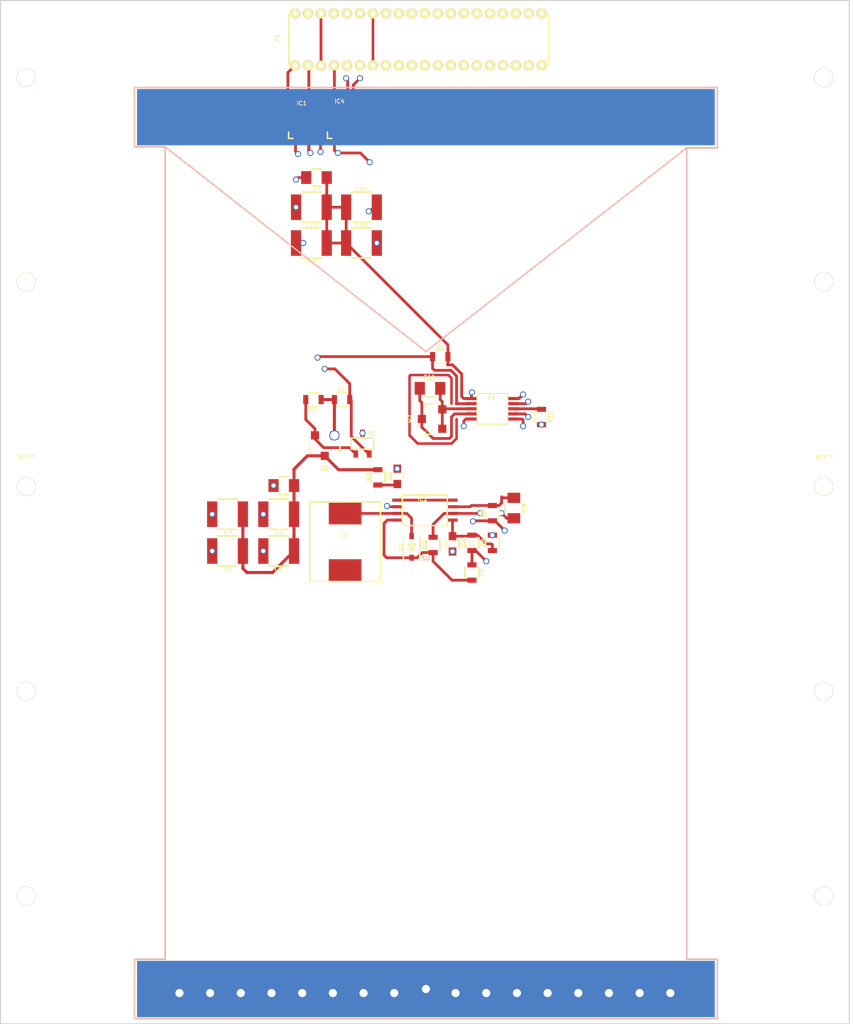
<source format=kicad_pcb>
(kicad_pcb (version 4) (host pcbnew 4.1.0-alpha+201605272346+6836~44~ubuntu16.04.1-product)

  (general
    (links 84)
    (no_connects 23)
    (area 109.949999 42.349999 193.549405 142.450001)
    (thickness 1.6)
    (drawings 4)
    (tracks 360)
    (zones 0)
    (modules 37)
    (nets 47)
  )

  (page A4)
  (layers
    (0 F.Cu signal)
    (1 In1.Cu power)
    (2 In2.Cu signal)
    (31 B.Cu power)
    (32 B.Adhes user)
    (33 F.Adhes user)
    (34 B.Paste user)
    (35 F.Paste user)
    (36 B.SilkS user)
    (37 F.SilkS user)
    (38 B.Mask user)
    (39 F.Mask user)
    (40 Dwgs.User user)
    (41 Cmts.User user)
    (42 Eco1.User user)
    (43 Eco2.User user)
    (44 Edge.Cuts user)
    (45 Margin user)
    (46 B.CrtYd user)
    (47 F.CrtYd user)
    (48 B.Fab user)
    (49 F.Fab user)
  )

  (setup
    (last_trace_width 0.25)
    (trace_clearance 0.2)
    (zone_clearance 0.508)
    (zone_45_only no)
    (trace_min 0.2)
    (segment_width 0.2)
    (edge_width 0.1)
    (via_size 0.6)
    (via_drill 0.4)
    (via_min_size 0.4)
    (via_min_drill 0.3)
    (uvia_size 0.3)
    (uvia_drill 0.1)
    (uvias_allowed no)
    (uvia_min_size 0.2)
    (uvia_min_drill 0.1)
    (pcb_text_width 0.3)
    (pcb_text_size 1.5 1.5)
    (mod_edge_width 0.15)
    (mod_text_size 0.4 0.4)
    (mod_text_width 0.075)
    (pad_size 56.5 5.5)
    (pad_drill 0)
    (pad_to_mask_clearance 0)
    (aux_axis_origin 0 0)
    (grid_origin 151.5 92.4)
    (visible_elements FFFFFF7F)
    (pcbplotparams
      (layerselection 0x01000_ffffffff)
      (usegerberextensions false)
      (excludeedgelayer true)
      (linewidth 0.100000)
      (plotframeref false)
      (viasonmask false)
      (mode 1)
      (useauxorigin false)
      (hpglpennumber 1)
      (hpglpenspeed 20)
      (hpglpendiameter 15)
      (psnegative false)
      (psa4output false)
      (plotreference true)
      (plotvalue true)
      (plotinvisibletext false)
      (padsonsilk false)
      (subtractmaskfromsilk false)
      (outputformat 1)
      (mirror false)
      (drillshape 0)
      (scaleselection 1)
      (outputdirectory Gerbs/))
  )

  (net 0 "")
  (net 1 "Net-(C1-Pad1)")
  (net 2 GND)
  (net 3 "Net-(C7-Pad1)")
  (net 4 "Net-(C8-Pad1)")
  (net 5 "Net-(C8-Pad2)")
  (net 6 "Net-(C10-Pad1)")
  (net 7 "Net-(C11-Pad1)")
  (net 8 "Net-(C11-Pad2)")
  (net 9 "Net-(D1-Pad2)")
  (net 10 "Net-(Q1-Pad1)")
  (net 11 "Net-(IC1-Pad4)")
  (net 12 "Net-(IC1-Pad3)")
  (net 13 "Net-(IC4-Pad3)")
  (net 14 "Net-(C5-Pad1)")
  (net 15 "Net-(IC1-Pad1)")
  (net 16 "Net-(IC4-Pad1)")
  (net 17 "Net-(IC4-Pad4)")
  (net 18 "Net-(IC4-Pad6)")
  (net 19 "Net-(R10-Pad1)")
  (net 20 "Net-(D1-Pad1)")
  (net 21 "Net-(P1-Pad15)")
  (net 22 "Net-(P1-Pad16)")
  (net 23 "Net-(P1-Pad17)")
  (net 24 "Net-(P1-Pad18)")
  (net 25 "Net-(P1-Pad19)")
  (net 26 "Net-(P1-Pad20)")
  (net 27 "Net-(P1-Pad21)")
  (net 28 "Net-(P1-Pad22)")
  (net 29 "Net-(P1-Pad23)")
  (net 30 "Net-(P1-Pad24)")
  (net 31 "Net-(P1-Pad25)")
  (net 32 "Net-(P1-Pad26)")
  (net 33 "Net-(P1-Pad27)")
  (net 34 "Net-(P1-Pad28)")
  (net 35 "Net-(P1-Pad29)")
  (net 36 "Net-(P1-Pad30)")
  (net 37 "Net-(P1-Pad31)")
  (net 38 "Net-(P1-Pad32)")
  (net 39 "Net-(P1-Pad33)")
  (net 40 "Net-(P1-Pad34)")
  (net 41 "Net-(P1-Pad35)")
  (net 42 "Net-(P1-Pad36)")
  (net 43 "Net-(P1-Pad37)")
  (net 44 "Net-(P1-Pad38)")
  (net 45 "Net-(P1-Pad39)")
  (net 46 "Net-(P1-Pad40)")

  (net_class Default "This is the default net class."
    (clearance 0.2)
    (trace_width 0.25)
    (via_dia 0.6)
    (via_drill 0.4)
    (uvia_dia 0.3)
    (uvia_drill 0.1)
    (add_net GND)
  )

  (net_class "MID POWER BUS" ""
    (clearance 0.2)
    (trace_width 2)
    (via_dia 1)
    (via_drill 0.8)
    (uvia_dia 0.3)
    (uvia_drill 0.1)
  )

  (net_class TOPThick ""
    (clearance 0.2)
    (trace_width 0.3)
    (via_dia 0.6)
    (via_drill 0.4)
    (uvia_dia 0.3)
    (uvia_drill 0.1)
    (add_net "Net-(C1-Pad1)")
    (add_net "Net-(IC1-Pad3)")
  )

  (net_class Top ""
    (clearance 0.1)
    (trace_width 0.27)
    (via_dia 0.6)
    (via_drill 0.4)
    (uvia_dia 0.3)
    (uvia_drill 0.1)
    (add_net "Net-(C10-Pad1)")
    (add_net "Net-(C11-Pad1)")
    (add_net "Net-(C11-Pad2)")
    (add_net "Net-(C5-Pad1)")
    (add_net "Net-(C7-Pad1)")
    (add_net "Net-(C8-Pad1)")
    (add_net "Net-(C8-Pad2)")
    (add_net "Net-(D1-Pad1)")
    (add_net "Net-(D1-Pad2)")
    (add_net "Net-(IC1-Pad1)")
    (add_net "Net-(IC1-Pad4)")
    (add_net "Net-(IC4-Pad1)")
    (add_net "Net-(IC4-Pad3)")
    (add_net "Net-(IC4-Pad4)")
    (add_net "Net-(IC4-Pad6)")
    (add_net "Net-(P1-Pad15)")
    (add_net "Net-(P1-Pad16)")
    (add_net "Net-(P1-Pad17)")
    (add_net "Net-(P1-Pad18)")
    (add_net "Net-(P1-Pad19)")
    (add_net "Net-(P1-Pad20)")
    (add_net "Net-(P1-Pad21)")
    (add_net "Net-(P1-Pad22)")
    (add_net "Net-(P1-Pad23)")
    (add_net "Net-(P1-Pad24)")
    (add_net "Net-(P1-Pad25)")
    (add_net "Net-(P1-Pad26)")
    (add_net "Net-(P1-Pad27)")
    (add_net "Net-(P1-Pad28)")
    (add_net "Net-(P1-Pad29)")
    (add_net "Net-(P1-Pad30)")
    (add_net "Net-(P1-Pad31)")
    (add_net "Net-(P1-Pad32)")
    (add_net "Net-(P1-Pad33)")
    (add_net "Net-(P1-Pad34)")
    (add_net "Net-(P1-Pad35)")
    (add_net "Net-(P1-Pad36)")
    (add_net "Net-(P1-Pad37)")
    (add_net "Net-(P1-Pad38)")
    (add_net "Net-(P1-Pad39)")
    (add_net "Net-(P1-Pad40)")
    (add_net "Net-(Q1-Pad1)")
    (add_net "Net-(R10-Pad1)")
  )

  (module Capacitors_SMD:C_0805 (layer F.Cu) (tedit 57682EDA) (tstamp 57648D05)
    (at 137.7 89.8 180)
    (descr "Capacitor SMD 0805, reflow soldering, AVX (see smccp.pdf)")
    (tags "capacitor 0805")
    (path /56FC2234)
    (attr smd)
    (fp_text reference C1 (at -0.035002 -1.107499 180) (layer F.SilkS)
      (effects (font (size 0.4 0.4) (thickness 0.075)))
    )
    (fp_text value 20u (at 0.064998 0.592501 180) (layer F.Fab)
      (effects (font (size 0.4 0.4) (thickness 0.075)))
    )
    (fp_line (start -1.8 -1) (end 1.8 -1) (layer F.CrtYd) (width 0.05))
    (fp_line (start -1.8 1) (end 1.8 1) (layer F.CrtYd) (width 0.05))
    (fp_line (start -1.8 -1) (end -1.8 1) (layer F.CrtYd) (width 0.05))
    (fp_line (start 1.8 -1) (end 1.8 1) (layer F.CrtYd) (width 0.05))
    (fp_line (start 0.5 -0.85) (end -0.5 -0.85) (layer F.SilkS) (width 0.15))
    (fp_line (start -0.5 0.85) (end 0.5 0.85) (layer F.SilkS) (width 0.15))
    (pad 1 smd rect (at -1 0 180) (size 1 1.25) (layers F.Cu F.Paste F.Mask)
      (net 1 "Net-(C1-Pad1)"))
    (pad 2 smd rect (at 1 0 180) (size 1 1.25) (layers F.Cu F.Paste F.Mask)
      (net 2 GND))
    (model Capacitors_SMD.3dshapes/C_0805.wrl
      (at (xyz 0 0 0))
      (scale (xyz 1 1 1))
      (rotate (xyz 0 0 0))
    )
  )

  (module Capacitors_SMD:C_1210 (layer F.Cu) (tedit 57682F50) (tstamp 57648D0B)
    (at 137.2 96.2 180)
    (descr "Capacitor SMD 1210, reflow soldering, AVX (see smccp.pdf)")
    (tags "capacitor 1210")
    (path /570C5D46)
    (attr smd)
    (fp_text reference C2 (at 0.024998 -1.747499 180) (layer F.SilkS)
      (effects (font (size 0.4 0.4) (thickness 0.075)))
    )
    (fp_text value 150u (at 0.024998 1.152501 180) (layer F.Fab)
      (effects (font (size 0.4 0.4) (thickness 0.075)))
    )
    (fp_line (start -2.3 -1.6) (end 2.3 -1.6) (layer F.CrtYd) (width 0.05))
    (fp_line (start -2.3 1.6) (end 2.3 1.6) (layer F.CrtYd) (width 0.05))
    (fp_line (start -2.3 -1.6) (end -2.3 1.6) (layer F.CrtYd) (width 0.05))
    (fp_line (start 2.3 -1.6) (end 2.3 1.6) (layer F.CrtYd) (width 0.05))
    (fp_line (start 1 -1.475) (end -1 -1.475) (layer F.SilkS) (width 0.15))
    (fp_line (start -1 1.475) (end 1 1.475) (layer F.SilkS) (width 0.15))
    (pad 1 smd rect (at -1.5 0 180) (size 1 2.5) (layers F.Cu F.Paste F.Mask)
      (net 1 "Net-(C1-Pad1)"))
    (pad 2 smd rect (at 1.5 0 180) (size 1 2.5) (layers F.Cu F.Paste F.Mask)
      (net 2 GND))
    (model Capacitors_SMD.3dshapes/C_1210.wrl
      (at (xyz 0 0 0))
      (scale (xyz 1 1 1))
      (rotate (xyz 0 0 0))
    )
  )

  (module Capacitors_SMD:C_1210 (layer F.Cu) (tedit 57682F4C) (tstamp 57648D11)
    (at 137.2 92.6 180)
    (descr "Capacitor SMD 1210, reflow soldering, AVX (see smccp.pdf)")
    (tags "capacitor 1210")
    (path /570C5DC9)
    (attr smd)
    (fp_text reference C3 (at -0.025002 -1.747499 180) (layer F.SilkS)
      (effects (font (size 0.4 0.4) (thickness 0.075)))
    )
    (fp_text value 150u (at -0.025002 1.152501 180) (layer F.Fab)
      (effects (font (size 0.4 0.4) (thickness 0.075)))
    )
    (fp_line (start -2.3 -1.6) (end 2.3 -1.6) (layer F.CrtYd) (width 0.05))
    (fp_line (start -2.3 1.6) (end 2.3 1.6) (layer F.CrtYd) (width 0.05))
    (fp_line (start -2.3 -1.6) (end -2.3 1.6) (layer F.CrtYd) (width 0.05))
    (fp_line (start 2.3 -1.6) (end 2.3 1.6) (layer F.CrtYd) (width 0.05))
    (fp_line (start 1 -1.475) (end -1 -1.475) (layer F.SilkS) (width 0.15))
    (fp_line (start -1 1.475) (end 1 1.475) (layer F.SilkS) (width 0.15))
    (pad 1 smd rect (at -1.5 0 180) (size 1 2.5) (layers F.Cu F.Paste F.Mask)
      (net 1 "Net-(C1-Pad1)"))
    (pad 2 smd rect (at 1.5 0 180) (size 1 2.5) (layers F.Cu F.Paste F.Mask)
      (net 2 GND))
    (model Capacitors_SMD.3dshapes/C_1210.wrl
      (at (xyz 0 0 0))
      (scale (xyz 1 1 1))
      (rotate (xyz 0 0 0))
    )
  )

  (module Capacitors_SMD:C_1210 (layer F.Cu) (tedit 57682FAF) (tstamp 57648D17)
    (at 132.2 92.6 180)
    (descr "Capacitor SMD 1210, reflow soldering, AVX (see smccp.pdf)")
    (tags "capacitor 1210")
    (path /570C601B)
    (attr smd)
    (fp_text reference C4 (at -0.025002 -1.697499 180) (layer F.SilkS)
      (effects (font (size 0.4 0.4) (thickness 0.075)))
    )
    (fp_text value 150u (at 0.074998 1.202501 180) (layer F.Fab)
      (effects (font (size 0.4 0.4) (thickness 0.075)))
    )
    (fp_line (start -2.3 -1.6) (end 2.3 -1.6) (layer F.CrtYd) (width 0.05))
    (fp_line (start -2.3 1.6) (end 2.3 1.6) (layer F.CrtYd) (width 0.05))
    (fp_line (start -2.3 -1.6) (end -2.3 1.6) (layer F.CrtYd) (width 0.05))
    (fp_line (start 2.3 -1.6) (end 2.3 1.6) (layer F.CrtYd) (width 0.05))
    (fp_line (start 1 -1.475) (end -1 -1.475) (layer F.SilkS) (width 0.15))
    (fp_line (start -1 1.475) (end 1 1.475) (layer F.SilkS) (width 0.15))
    (pad 1 smd rect (at -1.5 0 180) (size 1 2.5) (layers F.Cu F.Paste F.Mask)
      (net 1 "Net-(C1-Pad1)"))
    (pad 2 smd rect (at 1.5 0 180) (size 1 2.5) (layers F.Cu F.Paste F.Mask)
      (net 2 GND))
    (model Capacitors_SMD.3dshapes/C_1210.wrl
      (at (xyz 0 0 0))
      (scale (xyz 1 1 1))
      (rotate (xyz 0 0 0))
    )
  )

  (module Capacitors_SMD:C_0603 (layer F.Cu) (tedit 57682EA4) (tstamp 57648D1D)
    (at 148.8 88.9 90)
    (descr "Capacitor SMD 0603, reflow soldering, AVX (see smccp.pdf)")
    (tags "capacitor 0603")
    (path /56FC265F)
    (attr smd)
    (fp_text reference C5 (at 0.024998 -0.847499 90) (layer F.SilkS)
      (effects (font (size 0.4 0.4) (thickness 0.075)))
    )
    (fp_text value .1u (at 0.024998 0.352501 90) (layer F.Fab)
      (effects (font (size 0.4 0.4) (thickness 0.075)))
    )
    (fp_line (start -1.45 -0.75) (end 1.45 -0.75) (layer F.CrtYd) (width 0.05))
    (fp_line (start -1.45 0.75) (end 1.45 0.75) (layer F.CrtYd) (width 0.05))
    (fp_line (start -1.45 -0.75) (end -1.45 0.75) (layer F.CrtYd) (width 0.05))
    (fp_line (start 1.45 -0.75) (end 1.45 0.75) (layer F.CrtYd) (width 0.05))
    (fp_line (start -0.35 -0.6) (end 0.35 -0.6) (layer F.SilkS) (width 0.15))
    (fp_line (start 0.35 0.6) (end -0.35 0.6) (layer F.SilkS) (width 0.15))
    (pad 1 smd rect (at -0.75 0 90) (size 0.8 0.75) (layers F.Cu F.Paste F.Mask)
      (net 14 "Net-(C5-Pad1)"))
    (pad 2 smd rect (at 0.75 0 90) (size 0.8 0.75) (layers F.Cu F.Paste F.Mask)
      (net 2 GND))
    (model Capacitors_SMD.3dshapes/C_0603.wrl
      (at (xyz 0 0 0))
      (scale (xyz 1 1 1))
      (rotate (xyz 0 0 0))
    )
  )

  (module Capacitors_SMD:C_1210 (layer F.Cu) (tedit 57682FAB) (tstamp 57648D23)
    (at 132.2 96.2 180)
    (descr "Capacitor SMD 1210, reflow soldering, AVX (see smccp.pdf)")
    (tags "capacitor 1210")
    (path /57648243)
    (attr smd)
    (fp_text reference C6 (at 0.024998 -1.697499 180) (layer F.SilkS)
      (effects (font (size 0.4 0.4) (thickness 0.075)))
    )
    (fp_text value 150u (at 0.024998 1.202501 180) (layer F.Fab)
      (effects (font (size 0.4 0.4) (thickness 0.075)))
    )
    (fp_line (start -2.3 -1.6) (end 2.3 -1.6) (layer F.CrtYd) (width 0.05))
    (fp_line (start -2.3 1.6) (end 2.3 1.6) (layer F.CrtYd) (width 0.05))
    (fp_line (start -2.3 -1.6) (end -2.3 1.6) (layer F.CrtYd) (width 0.05))
    (fp_line (start 2.3 -1.6) (end 2.3 1.6) (layer F.CrtYd) (width 0.05))
    (fp_line (start 1 -1.475) (end -1 -1.475) (layer F.SilkS) (width 0.15))
    (fp_line (start -1 1.475) (end 1 1.475) (layer F.SilkS) (width 0.15))
    (pad 1 smd rect (at -1.5 0 180) (size 1 2.5) (layers F.Cu F.Paste F.Mask)
      (net 1 "Net-(C1-Pad1)"))
    (pad 2 smd rect (at 1.5 0 180) (size 1 2.5) (layers F.Cu F.Paste F.Mask)
      (net 2 GND))
    (model Capacitors_SMD.3dshapes/C_1210.wrl
      (at (xyz 0 0 0))
      (scale (xyz 1 1 1))
      (rotate (xyz 0 0 0))
    )
  )

  (module Capacitors_SMD:C_0603 (layer F.Cu) (tedit 5415D631) (tstamp 57648D29)
    (at 154.2 95.5 270)
    (descr "Capacitor SMD 0603, reflow soldering, AVX (see smccp.pdf)")
    (tags "capacitor 0603")
    (path /56FD0100)
    (attr smd)
    (fp_text reference C7 (at 0 -1.9 270) (layer F.SilkS)
      (effects (font (size 0.4 0.4) (thickness 0.075)))
    )
    (fp_text value 490p (at 0 1.9 270) (layer F.Fab)
      (effects (font (size 0.4 0.4) (thickness 0.075)))
    )
    (fp_line (start -1.45 -0.75) (end 1.45 -0.75) (layer F.CrtYd) (width 0.05))
    (fp_line (start -1.45 0.75) (end 1.45 0.75) (layer F.CrtYd) (width 0.05))
    (fp_line (start -1.45 -0.75) (end -1.45 0.75) (layer F.CrtYd) (width 0.05))
    (fp_line (start 1.45 -0.75) (end 1.45 0.75) (layer F.CrtYd) (width 0.05))
    (fp_line (start -0.35 -0.6) (end 0.35 -0.6) (layer F.SilkS) (width 0.15))
    (fp_line (start 0.35 0.6) (end -0.35 0.6) (layer F.SilkS) (width 0.15))
    (pad 1 smd rect (at -0.75 0 270) (size 0.8 0.75) (layers F.Cu F.Paste F.Mask)
      (net 3 "Net-(C7-Pad1)"))
    (pad 2 smd rect (at 0.75 0 270) (size 0.8 0.75) (layers F.Cu F.Paste F.Mask)
      (net 2 GND))
    (model Capacitors_SMD.3dshapes/C_0603.wrl
      (at (xyz 0 0 0))
      (scale (xyz 1 1 1))
      (rotate (xyz 0 0 0))
    )
  )

  (module Capacitors_SMD:C_0805 (layer F.Cu) (tedit 57682EB0) (tstamp 57648D2F)
    (at 160.2 92 270)
    (descr "Capacitor SMD 0805, reflow soldering, AVX (see smccp.pdf)")
    (tags "capacitor 0805")
    (path /56FC28B0)
    (attr smd)
    (fp_text reference C8 (at -0.035002 -1.057499 270) (layer F.SilkS)
      (effects (font (size 0.4 0.4) (thickness 0.075)))
    )
    (fp_text value 1.2u (at -0.035002 0.642501 270) (layer F.Fab)
      (effects (font (size 0.4 0.4) (thickness 0.075)))
    )
    (fp_line (start -1.8 -1) (end 1.8 -1) (layer F.CrtYd) (width 0.05))
    (fp_line (start -1.8 1) (end 1.8 1) (layer F.CrtYd) (width 0.05))
    (fp_line (start -1.8 -1) (end -1.8 1) (layer F.CrtYd) (width 0.05))
    (fp_line (start 1.8 -1) (end 1.8 1) (layer F.CrtYd) (width 0.05))
    (fp_line (start 0.5 -0.85) (end -0.5 -0.85) (layer F.SilkS) (width 0.15))
    (fp_line (start -0.5 0.85) (end 0.5 0.85) (layer F.SilkS) (width 0.15))
    (pad 1 smd rect (at -1 0 270) (size 1 1.25) (layers F.Cu F.Paste F.Mask)
      (net 4 "Net-(C8-Pad1)"))
    (pad 2 smd rect (at 1 0 270) (size 1 1.25) (layers F.Cu F.Paste F.Mask)
      (net 5 "Net-(C8-Pad2)"))
    (model Capacitors_SMD.3dshapes/C_0805.wrl
      (at (xyz 0 0 0))
      (scale (xyz 1 1 1))
      (rotate (xyz 0 0 0))
    )
  )

  (module Capacitors_SMD:C_0805 (layer F.Cu) (tedit 57682F36) (tstamp 57648D35)
    (at 140.9 59.7 180)
    (descr "Capacitor SMD 0805, reflow soldering, AVX (see smccp.pdf)")
    (tags "capacitor 0805")
    (path /56FC33BF)
    (attr smd)
    (fp_text reference C9 (at -0.025002 -1.047499 180) (layer F.SilkS)
      (effects (font (size 0.4 0.4) (thickness 0.075)))
    )
    (fp_text value 20u (at -0.025002 0.652501 180) (layer F.Fab)
      (effects (font (size 0.4 0.4) (thickness 0.075)))
    )
    (fp_line (start -1.8 -1) (end 1.8 -1) (layer F.CrtYd) (width 0.05))
    (fp_line (start -1.8 1) (end 1.8 1) (layer F.CrtYd) (width 0.05))
    (fp_line (start -1.8 -1) (end -1.8 1) (layer F.CrtYd) (width 0.05))
    (fp_line (start 1.8 -1) (end 1.8 1) (layer F.CrtYd) (width 0.05))
    (fp_line (start 0.5 -0.85) (end -0.5 -0.85) (layer F.SilkS) (width 0.15))
    (fp_line (start -0.5 0.85) (end 0.5 0.85) (layer F.SilkS) (width 0.15))
    (pad 1 smd rect (at -1 0 180) (size 1 1.25) (layers F.Cu F.Paste F.Mask)
      (net 6 "Net-(C10-Pad1)"))
    (pad 2 smd rect (at 1 0 180) (size 1 1.25) (layers F.Cu F.Paste F.Mask)
      (net 2 GND))
    (model Capacitors_SMD.3dshapes/C_0805.wrl
      (at (xyz 0 0 0))
      (scale (xyz 1 1 1))
      (rotate (xyz 0 0 0))
    )
  )

  (module Capacitors_SMD:C_1210 (layer F.Cu) (tedit 57682F78) (tstamp 57648D3B)
    (at 140.4 62.6 180)
    (descr "Capacitor SMD 1210, reflow soldering, AVX (see smccp.pdf)")
    (tags "capacitor 1210")
    (path /570C70B1)
    (attr smd)
    (fp_text reference C10 (at -0.025002 -1.697499 180) (layer F.SilkS)
      (effects (font (size 0.4 0.4) (thickness 0.075)))
    )
    (fp_text value 150u (at -0.025002 1.202501 180) (layer F.Fab)
      (effects (font (size 0.4 0.4) (thickness 0.075)))
    )
    (fp_line (start -2.3 -1.6) (end 2.3 -1.6) (layer F.CrtYd) (width 0.05))
    (fp_line (start -2.3 1.6) (end 2.3 1.6) (layer F.CrtYd) (width 0.05))
    (fp_line (start -2.3 -1.6) (end -2.3 1.6) (layer F.CrtYd) (width 0.05))
    (fp_line (start 2.3 -1.6) (end 2.3 1.6) (layer F.CrtYd) (width 0.05))
    (fp_line (start 1 -1.475) (end -1 -1.475) (layer F.SilkS) (width 0.15))
    (fp_line (start -1 1.475) (end 1 1.475) (layer F.SilkS) (width 0.15))
    (pad 1 smd rect (at -1.5 0 180) (size 1 2.5) (layers F.Cu F.Paste F.Mask)
      (net 6 "Net-(C10-Pad1)"))
    (pad 2 smd rect (at 1.5 0 180) (size 1 2.5) (layers F.Cu F.Paste F.Mask)
      (net 2 GND))
    (model Capacitors_SMD.3dshapes/C_1210.wrl
      (at (xyz 0 0 0))
      (scale (xyz 1 1 1))
      (rotate (xyz 0 0 0))
    )
  )

  (module Capacitors_SMD:C_0805 (layer F.Cu) (tedit 57682ECE) (tstamp 57648D41)
    (at 152 80.3)
    (descr "Capacitor SMD 0805, reflow soldering, AVX (see smccp.pdf)")
    (tags "capacitor 0805")
    (path /56FC9F2E)
    (attr smd)
    (fp_text reference C11 (at -0.055953 -1.097499) (layer F.SilkS)
      (effects (font (size 0.4 0.4) (thickness 0.075)))
    )
    (fp_text value 470p (at 0.044047 0.602501) (layer F.Fab)
      (effects (font (size 0.4 0.4) (thickness 0.075)))
    )
    (fp_line (start -1.8 -1) (end 1.8 -1) (layer F.CrtYd) (width 0.05))
    (fp_line (start -1.8 1) (end 1.8 1) (layer F.CrtYd) (width 0.05))
    (fp_line (start -1.8 -1) (end -1.8 1) (layer F.CrtYd) (width 0.05))
    (fp_line (start 1.8 -1) (end 1.8 1) (layer F.CrtYd) (width 0.05))
    (fp_line (start 0.5 -0.85) (end -0.5 -0.85) (layer F.SilkS) (width 0.15))
    (fp_line (start -0.5 0.85) (end 0.5 0.85) (layer F.SilkS) (width 0.15))
    (pad 1 smd rect (at -1 0) (size 1 1.25) (layers F.Cu F.Paste F.Mask)
      (net 7 "Net-(C11-Pad1)"))
    (pad 2 smd rect (at 1 0) (size 1 1.25) (layers F.Cu F.Paste F.Mask)
      (net 8 "Net-(C11-Pad2)"))
    (model Capacitors_SMD.3dshapes/C_0805.wrl
      (at (xyz 0 0 0))
      (scale (xyz 1 1 1))
      (rotate (xyz 0 0 0))
    )
  )

  (module Capacitors_SMD:C_1210 (layer F.Cu) (tedit 57682F9A) (tstamp 57648D47)
    (at 145.3 62.6)
    (descr "Capacitor SMD 1210, reflow soldering, AVX (see smccp.pdf)")
    (tags "capacitor 1210")
    (path /570C7137)
    (attr smd)
    (fp_text reference C12 (at -0.025002 -1.697499) (layer F.SilkS)
      (effects (font (size 0.4 0.4) (thickness 0.075)))
    )
    (fp_text value 150u (at -0.025002 1.302501) (layer F.Fab)
      (effects (font (size 0.4 0.4) (thickness 0.075)))
    )
    (fp_line (start -2.3 -1.6) (end 2.3 -1.6) (layer F.CrtYd) (width 0.05))
    (fp_line (start -2.3 1.6) (end 2.3 1.6) (layer F.CrtYd) (width 0.05))
    (fp_line (start -2.3 -1.6) (end -2.3 1.6) (layer F.CrtYd) (width 0.05))
    (fp_line (start 2.3 -1.6) (end 2.3 1.6) (layer F.CrtYd) (width 0.05))
    (fp_line (start 1 -1.475) (end -1 -1.475) (layer F.SilkS) (width 0.15))
    (fp_line (start -1 1.475) (end 1 1.475) (layer F.SilkS) (width 0.15))
    (pad 1 smd rect (at -1.5 0) (size 1 2.5) (layers F.Cu F.Paste F.Mask)
      (net 6 "Net-(C10-Pad1)"))
    (pad 2 smd rect (at 1.5 0) (size 1 2.5) (layers F.Cu F.Paste F.Mask)
      (net 2 GND))
    (model Capacitors_SMD.3dshapes/C_1210.wrl
      (at (xyz 0 0 0))
      (scale (xyz 1 1 1))
      (rotate (xyz 0 0 0))
    )
  )

  (module Capacitors_SMD:C_1210 (layer F.Cu) (tedit 57682F61) (tstamp 57648D4D)
    (at 145.3 66.1)
    (descr "Capacitor SMD 1210, reflow soldering, AVX (see smccp.pdf)")
    (tags "capacitor 1210")
    (path /570C71C0)
    (attr smd)
    (fp_text reference C13 (at 0.024998 -1.757499) (layer F.SilkS)
      (effects (font (size 0.4 0.4) (thickness 0.075)))
    )
    (fp_text value 150u (at 0.024998 1.142501) (layer F.Fab)
      (effects (font (size 0.4 0.4) (thickness 0.075)))
    )
    (fp_line (start -2.3 -1.6) (end 2.3 -1.6) (layer F.CrtYd) (width 0.05))
    (fp_line (start -2.3 1.6) (end 2.3 1.6) (layer F.CrtYd) (width 0.05))
    (fp_line (start -2.3 -1.6) (end -2.3 1.6) (layer F.CrtYd) (width 0.05))
    (fp_line (start 2.3 -1.6) (end 2.3 1.6) (layer F.CrtYd) (width 0.05))
    (fp_line (start 1 -1.475) (end -1 -1.475) (layer F.SilkS) (width 0.15))
    (fp_line (start -1 1.475) (end 1 1.475) (layer F.SilkS) (width 0.15))
    (pad 1 smd rect (at -1.5 0) (size 1 2.5) (layers F.Cu F.Paste F.Mask)
      (net 6 "Net-(C10-Pad1)"))
    (pad 2 smd rect (at 1.5 0) (size 1 2.5) (layers F.Cu F.Paste F.Mask)
      (net 2 GND))
    (model Capacitors_SMD.3dshapes/C_1210.wrl
      (at (xyz 0 0 0))
      (scale (xyz 1 1 1))
      (rotate (xyz 0 0 0))
    )
  )

  (module Capacitors_SMD:C_1210 (layer F.Cu) (tedit 57682F87) (tstamp 57648D53)
    (at 140.4 66.1 180)
    (descr "Capacitor SMD 1210, reflow soldering, AVX (see smccp.pdf)")
    (tags "capacitor 1210")
    (path /57649B00)
    (attr smd)
    (fp_text reference C14 (at -0.075002 -1.707499 180) (layer F.SilkS)
      (effects (font (size 0.4 0.4) (thickness 0.075)))
    )
    (fp_text value 150u (at 0.024998 1.192501 180) (layer F.Fab)
      (effects (font (size 0.4 0.4) (thickness 0.075)))
    )
    (fp_line (start -2.3 -1.6) (end 2.3 -1.6) (layer F.CrtYd) (width 0.05))
    (fp_line (start -2.3 1.6) (end 2.3 1.6) (layer F.CrtYd) (width 0.05))
    (fp_line (start -2.3 -1.6) (end -2.3 1.6) (layer F.CrtYd) (width 0.05))
    (fp_line (start 2.3 -1.6) (end 2.3 1.6) (layer F.CrtYd) (width 0.05))
    (fp_line (start 1 -1.475) (end -1 -1.475) (layer F.SilkS) (width 0.15))
    (fp_line (start -1 1.475) (end 1 1.475) (layer F.SilkS) (width 0.15))
    (pad 1 smd rect (at -1.5 0 180) (size 1 2.5) (layers F.Cu F.Paste F.Mask)
      (net 6 "Net-(C10-Pad1)"))
    (pad 2 smd rect (at 1.5 0 180) (size 1 2.5) (layers F.Cu F.Paste F.Mask)
      (net 2 GND))
    (model Capacitors_SMD.3dshapes/C_1210.wrl
      (at (xyz 0 0 0))
      (scale (xyz 1 1 1))
      (rotate (xyz 0 0 0))
    )
  )

  (module Diodes_SMD:SOD-323 (layer F.Cu) (tedit 57682FD9) (tstamp 57648D59)
    (at 150.2 95.8 90)
    (descr SOD-323)
    (tags SOD-323)
    (path /56FC243A)
    (attr smd)
    (fp_text reference D1 (at 0.00738 -1.057499 90) (layer F.SilkS)
      (effects (font (size 0.4 0.4) (thickness 0.075)))
    )
    (fp_text value D_Schottky (at 0.00738 0.642501 90) (layer F.Fab)
      (effects (font (size 0.4 0.4) (thickness 0.075)))
    )
    (fp_line (start 0.25 0) (end 0.5 0) (layer F.SilkS) (width 0.15))
    (fp_line (start -0.25 0) (end -0.5 0) (layer F.SilkS) (width 0.15))
    (fp_line (start -0.25 0) (end 0.25 -0.35) (layer F.SilkS) (width 0.15))
    (fp_line (start 0.25 -0.35) (end 0.25 0.35) (layer F.SilkS) (width 0.15))
    (fp_line (start 0.25 0.35) (end -0.25 0) (layer F.SilkS) (width 0.15))
    (fp_line (start -0.25 -0.35) (end -0.25 0.35) (layer F.SilkS) (width 0.15))
    (fp_line (start -1.5 -0.95) (end 1.5 -0.95) (layer F.CrtYd) (width 0.05))
    (fp_line (start 1.5 -0.95) (end 1.5 0.95) (layer F.CrtYd) (width 0.05))
    (fp_line (start -1.5 0.95) (end 1.5 0.95) (layer F.CrtYd) (width 0.05))
    (fp_line (start -1.5 -0.95) (end -1.5 0.95) (layer F.CrtYd) (width 0.05))
    (fp_line (start -1.3 0.8) (end 1.1 0.8) (layer F.SilkS) (width 0.15))
    (fp_line (start -1.3 -0.8) (end 1.1 -0.8) (layer F.SilkS) (width 0.15))
    (pad 1 smd rect (at -1.055 0 90) (size 0.59 0.45) (layers F.Cu F.Paste F.Mask)
      (net 20 "Net-(D1-Pad1)"))
    (pad 2 smd rect (at 1.055 0 90) (size 0.59 0.45) (layers F.Cu F.Paste F.Mask)
      (net 9 "Net-(D1-Pad2)"))
    (model Diodes_SMD.3dshapes/SOD-323.wrl
      (at (xyz 0 0 0))
      (scale (xyz 1 1 1))
      (rotate (xyz 0 0 0))
    )
  )

  (module TO_SOT_Packages_SMD:SC-70-6 (layer F.Cu) (tedit 57682FF0) (tstamp 57648D63)
    (at 139.5 54.1)
    (descr SC-70-6,)
    (tags SC-70-6,)
    (path /570C23EA)
    (attr smd)
    (fp_text reference IC1 (at -0.04817 -1.658039) (layer F.SilkS)
      (effects (font (size 0.4 0.4) (thickness 0.075)))
    )
    (fp_text value TVS_4x4 (at 0.05183 1.341961) (layer F.Fab)
      (effects (font (size 0.4 0.4) (thickness 0.075)))
    )
    (fp_line (start -1.33096 1.16078) (end -1.33096 1.77038) (layer F.SilkS) (width 0.15))
    (fp_line (start -1.33096 1.77038) (end -0.89916 1.78054) (layer F.SilkS) (width 0.15))
    (pad 1 smd rect (at -0.65024 0.94996) (size 0.39878 0.7493) (layers F.Cu F.Paste F.Mask)
      (net 15 "Net-(IC1-Pad1)"))
    (pad 2 smd rect (at 0 0.94996) (size 0.39878 0.7493) (layers F.Cu F.Paste F.Mask)
      (net 2 GND))
    (pad 3 smd rect (at 0.65024 0.94996) (size 0.39878 0.7493) (layers F.Cu F.Paste F.Mask)
      (net 12 "Net-(IC1-Pad3)"))
    (pad 4 smd rect (at 0.65024 -0.94996) (size 0.39878 0.7493) (layers F.Cu F.Paste F.Mask)
      (net 11 "Net-(IC1-Pad4)"))
    (pad 5 smd rect (at 0 -0.94996) (size 0.39878 0.7493) (layers F.Cu F.Paste F.Mask))
    (pad 6 smd rect (at -0.65024 -0.94996) (size 0.39878 0.7493) (layers F.Cu F.Paste F.Mask))
    (model TO_SOT_Packages_SMD.3dshapes/SC-70-6.wrl
      (at (xyz 0 0 0))
      (scale (xyz 1 1 1))
      (rotate (xyz 0 0 0))
    )
  )

  (module Solar:TSSOP-8 (layer F.Cu) (tedit 56DFA25D) (tstamp 57648D6F)
    (at 151.5 92.2)
    (path /56FC2105)
    (fp_text reference IC2 (at -0.225 -1.075 180) (layer F.SilkS)
      (effects (font (size 0.4 0.4) (thickness 0.075)))
    )
    (fp_text value SPV1040 (at -0.125 1.025 180) (layer F.Fab)
      (effects (font (size 0.4 0.4) (thickness 0.075)))
    )
    (fp_line (start -2.2125 0.0125) (end -2.2125 -1.4875) (layer F.SilkS) (width 0.15))
    (fp_line (start -2.2125 -1.4875) (end 2.1875 -1.4875) (layer F.SilkS) (width 0.15))
    (fp_line (start 2.1875 -1.4875) (end 2.1875 1.5125) (layer F.SilkS) (width 0.15))
    (fp_line (start 2.1875 1.5125) (end -2.2125 1.5125) (layer F.SilkS) (width 0.15))
    (fp_line (start -2.2125 1.5125) (end -2.2125 0.0125) (layer F.SilkS) (width 0.15))
    (pad 4 smd rect (at -2.7 0.975 90) (size 0.3 1) (layers F.Cu F.Paste F.Mask)
      (net 20 "Net-(D1-Pad1)"))
    (pad 3 smd rect (at -2.7 0.325 90) (size 0.3 1) (layers F.Cu F.Paste F.Mask)
      (net 9 "Net-(D1-Pad2)"))
    (pad 2 smd rect (at -2.7 -0.325 90) (size 0.3 1) (layers F.Cu F.Paste F.Mask)
      (net 2 GND))
    (pad 1 smd rect (at -2.7 -0.975 90) (size 0.3 1) (layers F.Cu F.Paste F.Mask)
      (net 14 "Net-(C5-Pad1)"))
    (pad 5 smd rect (at 2.7 0.975 90) (size 0.3 1) (layers F.Cu F.Paste F.Mask)
      (net 3 "Net-(C7-Pad1)"))
    (pad 6 smd rect (at 2.7 0.325 90) (size 0.3 1) (layers F.Cu F.Paste F.Mask)
      (net 5 "Net-(C8-Pad2)"))
    (pad 7 smd rect (at 2.7 -0.325 90) (size 0.3 1) (layers F.Cu F.Paste F.Mask)
      (net 4 "Net-(C8-Pad1)"))
    (pad 8 smd rect (at 2.7 -0.975 90) (size 0.3 1) (layers F.Cu F.Paste F.Mask)
      (net 14 "Net-(C5-Pad1)"))
    (model Housings_SSOP.3dshapes/MSOP-8_3x3mm_Pitch0.65mm.wrl
      (at (xyz 0 0 0))
      (scale (xyz 1.25 1 1))
      (rotate (xyz 0 0 0))
    )
  )

  (module TO_SOT_Packages_SMD:SC-70-6 (layer F.Cu) (tedit 57682FF5) (tstamp 57648D79)
    (at 143.3 54.1)
    (descr SC-70-6,)
    (tags SC-70-6,)
    (path /570C29BF)
    (attr smd)
    (fp_text reference IC4 (at -0.13817 -1.858039) (layer F.SilkS)
      (effects (font (size 0.4 0.4) (thickness 0.075)))
    )
    (fp_text value TVS_4x4 (at -0.13817 1.441961) (layer F.Fab)
      (effects (font (size 0.4 0.4) (thickness 0.075)))
    )
    (fp_line (start -1.33096 1.16078) (end -1.33096 1.77038) (layer F.SilkS) (width 0.15))
    (fp_line (start -1.33096 1.77038) (end -0.89916 1.78054) (layer F.SilkS) (width 0.15))
    (pad 1 smd rect (at -0.65024 0.94996) (size 0.39878 0.7493) (layers F.Cu F.Paste F.Mask)
      (net 16 "Net-(IC4-Pad1)"))
    (pad 2 smd rect (at 0 0.94996) (size 0.39878 0.7493) (layers F.Cu F.Paste F.Mask)
      (net 2 GND))
    (pad 3 smd rect (at 0.65024 0.94996) (size 0.39878 0.7493) (layers F.Cu F.Paste F.Mask)
      (net 13 "Net-(IC4-Pad3)"))
    (pad 4 smd rect (at 0.65024 -0.94996) (size 0.39878 0.7493) (layers F.Cu F.Paste F.Mask)
      (net 17 "Net-(IC4-Pad4)"))
    (pad 5 smd rect (at 0 -0.94996) (size 0.39878 0.7493) (layers F.Cu F.Paste F.Mask))
    (pad 6 smd rect (at -0.65024 -0.94996) (size 0.39878 0.7493) (layers F.Cu F.Paste F.Mask)
      (net 18 "Net-(IC4-Pad6)"))
    (model TO_SOT_Packages_SMD.3dshapes/SC-70-6.wrl
      (at (xyz 0 0 0))
      (scale (xyz 1 1 1))
      (rotate (xyz 0 0 0))
    )
  )

  (module TO_SOT_Packages_SMD:SC-70 (layer F.Cu) (tedit 0) (tstamp 57648D86)
    (at 145.4 85.7)
    (descr "SC70 SOT323")
    (path /57096EE0)
    (attr smd)
    (fp_text reference Q1 (at 0.95 -1) (layer F.SilkS)
      (effects (font (size 0.4 0.4) (thickness 0.075)))
    )
    (fp_text value 2N7002WT1GOSCT (at 1.85 0.25) (layer F.Fab)
      (effects (font (size 0.4 0.4) (thickness 0.075)))
    )
    (fp_line (start -1.1 -0.55) (end -1.1 0.55) (layer F.SilkS) (width 0.15))
    (fp_line (start -1.1 0.55) (end 1.1 0.55) (layer F.SilkS) (width 0.15))
    (fp_line (start 1.1 0.55) (end 1.1 -0.55) (layer F.SilkS) (width 0.15))
    (fp_line (start 1.1 -0.55) (end -1.05 -0.55) (layer F.SilkS) (width 0.15))
    (fp_line (start -1.05 -0.55) (end -1.1 -0.55) (layer F.SilkS) (width 0.15))
    (pad 1 smd rect (at -0.6604 1.016) (size 0.4572 0.7112) (layers F.Cu F.Paste F.Mask)
      (net 10 "Net-(Q1-Pad1)"))
    (pad 2 smd rect (at 0.6604 1.016) (size 0.4572 0.7112) (layers F.Cu F.Paste F.Mask)
      (net 15 "Net-(IC1-Pad1)"))
    (pad 3 smd rect (at 0 -1.016) (size 0.4572 0.7112) (layers F.Cu F.Paste F.Mask)
      (net 2 GND))
    (model TO_SOT_Packages_SMD.3dshapes/SC-70.wrl
      (at (xyz 0 0 0))
      (scale (xyz 1 1 1))
      (rotate (xyz 0 0 0))
    )
  )

  (module TO_SOT_Packages_SMD:SOT-23 (layer F.Cu) (tedit 553634F8) (tstamp 57648D8D)
    (at 141.7 85.9 180)
    (descr "SOT-23, Standard")
    (tags SOT-23)
    (path /57096F83)
    (attr smd)
    (fp_text reference Q2 (at 0 -2.25 180) (layer F.SilkS)
      (effects (font (size 0.4 0.4) (thickness 0.075)))
    )
    (fp_text value NTR1P02T1GOSCT (at 0 2.3 180) (layer F.Fab)
      (effects (font (size 0.4 0.4) (thickness 0.075)))
    )
    (fp_line (start -1.65 -1.6) (end 1.65 -1.6) (layer F.CrtYd) (width 0.05))
    (fp_line (start 1.65 -1.6) (end 1.65 1.6) (layer F.CrtYd) (width 0.05))
    (fp_line (start 1.65 1.6) (end -1.65 1.6) (layer F.CrtYd) (width 0.05))
    (fp_line (start -1.65 1.6) (end -1.65 -1.6) (layer F.CrtYd) (width 0.05))
    (fp_line (start 1.29916 -0.65024) (end 1.2509 -0.65024) (layer F.SilkS) (width 0.15))
    (fp_line (start -1.49982 0.0508) (end -1.49982 -0.65024) (layer F.SilkS) (width 0.15))
    (fp_line (start -1.49982 -0.65024) (end -1.2509 -0.65024) (layer F.SilkS) (width 0.15))
    (fp_line (start 1.29916 -0.65024) (end 1.49982 -0.65024) (layer F.SilkS) (width 0.15))
    (fp_line (start 1.49982 -0.65024) (end 1.49982 0.0508) (layer F.SilkS) (width 0.15))
    (pad 1 smd rect (at -0.95 1.00076 180) (size 0.8001 0.8001) (layers F.Cu F.Paste F.Mask)
      (net 12 "Net-(IC1-Pad3)"))
    (pad 2 smd rect (at 0.95 1.00076 180) (size 0.8001 0.8001) (layers F.Cu F.Paste F.Mask)
      (net 10 "Net-(Q1-Pad1)"))
    (pad 3 smd rect (at 0 -0.99822 180) (size 0.8001 0.8001) (layers F.Cu F.Paste F.Mask)
      (net 1 "Net-(C1-Pad1)"))
    (model TO_SOT_Packages_SMD.3dshapes/SOT-23.wrl
      (at (xyz 0 0 0))
      (scale (xyz 1 1 1))
      (rotate (xyz 0 0 0))
    )
  )

  (module TO_SOT_Packages_SMD:SOT-23 (layer F.Cu) (tedit 553634F8) (tstamp 57648D94)
    (at 152.2 83.3 90)
    (descr "SOT-23, Standard")
    (tags SOT-23)
    (path /56FC9EC1)
    (attr smd)
    (fp_text reference Q3 (at 0 -2.25 90) (layer F.SilkS)
      (effects (font (size 0.4 0.4) (thickness 0.075)))
    )
    (fp_text value MMBT3904 (at 0 2.3 90) (layer F.Fab)
      (effects (font (size 0.4 0.4) (thickness 0.075)))
    )
    (fp_line (start -1.65 -1.6) (end 1.65 -1.6) (layer F.CrtYd) (width 0.05))
    (fp_line (start 1.65 -1.6) (end 1.65 1.6) (layer F.CrtYd) (width 0.05))
    (fp_line (start 1.65 1.6) (end -1.65 1.6) (layer F.CrtYd) (width 0.05))
    (fp_line (start -1.65 1.6) (end -1.65 -1.6) (layer F.CrtYd) (width 0.05))
    (fp_line (start 1.29916 -0.65024) (end 1.2509 -0.65024) (layer F.SilkS) (width 0.15))
    (fp_line (start -1.49982 0.0508) (end -1.49982 -0.65024) (layer F.SilkS) (width 0.15))
    (fp_line (start -1.49982 -0.65024) (end -1.2509 -0.65024) (layer F.SilkS) (width 0.15))
    (fp_line (start 1.29916 -0.65024) (end 1.49982 -0.65024) (layer F.SilkS) (width 0.15))
    (fp_line (start 1.49982 -0.65024) (end 1.49982 0.0508) (layer F.SilkS) (width 0.15))
    (pad 1 smd rect (at -0.95 1.00076 90) (size 0.8001 0.8001) (layers F.Cu F.Paste F.Mask)
      (net 8 "Net-(C11-Pad2)"))
    (pad 2 smd rect (at 0.95 1.00076 90) (size 0.8001 0.8001) (layers F.Cu F.Paste F.Mask)
      (net 8 "Net-(C11-Pad2)"))
    (pad 3 smd rect (at 0 -0.99822 90) (size 0.8001 0.8001) (layers F.Cu F.Paste F.Mask)
      (net 7 "Net-(C11-Pad1)"))
    (model TO_SOT_Packages_SMD.3dshapes/SOT-23.wrl
      (at (xyz 0 0 0))
      (scale (xyz 1 1 1))
      (rotate (xyz 0 0 0))
    )
  )

  (module Resistors_SMD:R_0603 (layer F.Cu) (tedit 57682F1B) (tstamp 57648D9A)
    (at 143.4 81.4)
    (descr "Resistor SMD 0603, reflow soldering, Vishay (see dcrcw.pdf)")
    (tags "resistor 0603")
    (path /57095462)
    (attr smd)
    (fp_text reference R1 (at -0.032144 -0.897499) (layer F.SilkS)
      (effects (font (size 0.4 0.4) (thickness 0.075)))
    )
    (fp_text value 10k (at -0.032144 0.402501) (layer F.Fab)
      (effects (font (size 0.4 0.4) (thickness 0.075)))
    )
    (fp_line (start -1.3 -0.8) (end 1.3 -0.8) (layer F.CrtYd) (width 0.05))
    (fp_line (start -1.3 0.8) (end 1.3 0.8) (layer F.CrtYd) (width 0.05))
    (fp_line (start -1.3 -0.8) (end -1.3 0.8) (layer F.CrtYd) (width 0.05))
    (fp_line (start 1.3 -0.8) (end 1.3 0.8) (layer F.CrtYd) (width 0.05))
    (fp_line (start 0.5 0.675) (end -0.5 0.675) (layer F.SilkS) (width 0.15))
    (fp_line (start -0.5 -0.675) (end 0.5 -0.675) (layer F.SilkS) (width 0.15))
    (pad 1 smd rect (at -0.75 0) (size 0.5 0.9) (layers F.Cu F.Paste F.Mask)
      (net 12 "Net-(IC1-Pad3)"))
    (pad 2 smd rect (at 0.75 0) (size 0.5 0.9) (layers F.Cu F.Paste F.Mask)
      (net 15 "Net-(IC1-Pad1)"))
    (model Resistors_SMD.3dshapes/R_0603.wrl
      (at (xyz 0 0 0))
      (scale (xyz 1 1 1))
      (rotate (xyz 0 0 0))
    )
  )

  (module Resistors_SMD:R_0603 (layer F.Cu) (tedit 57682B64) (tstamp 57648DA0)
    (at 140.6 81.4 180)
    (descr "Resistor SMD 0603, reflow soldering, Vishay (see dcrcw.pdf)")
    (tags "resistor 0603")
    (path /570953E8)
    (attr smd)
    (fp_text reference R2 (at 0.031666 -0.947499 180) (layer F.SilkS)
      (effects (font (size 0.4 0.4) (thickness 0.075)))
    )
    (fp_text value 100k (at 0.031666 0.452501 180) (layer F.Fab)
      (effects (font (size 0.4 0.4) (thickness 0.075)))
    )
    (fp_line (start -1.3 -0.8) (end 1.3 -0.8) (layer F.CrtYd) (width 0.05))
    (fp_line (start -1.3 0.8) (end 1.3 0.8) (layer F.CrtYd) (width 0.05))
    (fp_line (start -1.3 -0.8) (end -1.3 0.8) (layer F.CrtYd) (width 0.05))
    (fp_line (start 1.3 -0.8) (end 1.3 0.8) (layer F.CrtYd) (width 0.05))
    (fp_line (start 0.5 0.675) (end -0.5 0.675) (layer F.SilkS) (width 0.15))
    (fp_line (start -0.5 -0.675) (end 0.5 -0.675) (layer F.SilkS) (width 0.15))
    (pad 1 smd rect (at -0.75 0 180) (size 0.5 0.9) (layers F.Cu F.Paste F.Mask)
      (net 12 "Net-(IC1-Pad3)"))
    (pad 2 smd rect (at 0.75 0 180) (size 0.5 0.9) (layers F.Cu F.Paste F.Mask)
      (net 10 "Net-(Q1-Pad1)"))
    (model Resistors_SMD.3dshapes/R_0603.wrl
      (at (xyz 0 0 0))
      (scale (xyz 1 1 1))
      (rotate (xyz 0 0 0))
    )
  )

  (module Resistors_SMD:R_0603 (layer F.Cu) (tedit 57682F0C) (tstamp 57648DA6)
    (at 146.9 89 90)
    (descr "Resistor SMD 0603, reflow soldering, Vishay (see dcrcw.pdf)")
    (tags "resistor 0603")
    (path /56FC2320)
    (attr smd)
    (fp_text reference R3 (at 0.014998 -0.897499 90) (layer F.SilkS)
      (effects (font (size 0.4 0.4) (thickness 0.075)))
    )
    (fp_text value 1k (at 0.014998 0.402501 90) (layer F.Fab)
      (effects (font (size 0.4 0.4) (thickness 0.075)))
    )
    (fp_line (start -1.3 -0.8) (end 1.3 -0.8) (layer F.CrtYd) (width 0.05))
    (fp_line (start -1.3 0.8) (end 1.3 0.8) (layer F.CrtYd) (width 0.05))
    (fp_line (start -1.3 -0.8) (end -1.3 0.8) (layer F.CrtYd) (width 0.05))
    (fp_line (start 1.3 -0.8) (end 1.3 0.8) (layer F.CrtYd) (width 0.05))
    (fp_line (start 0.5 0.675) (end -0.5 0.675) (layer F.SilkS) (width 0.15))
    (fp_line (start -0.5 -0.675) (end 0.5 -0.675) (layer F.SilkS) (width 0.15))
    (pad 1 smd rect (at -0.75 0 90) (size 0.5 0.9) (layers F.Cu F.Paste F.Mask)
      (net 14 "Net-(C5-Pad1)"))
    (pad 2 smd rect (at 0.75 0 90) (size 0.5 0.9) (layers F.Cu F.Paste F.Mask)
      (net 1 "Net-(C1-Pad1)"))
    (model Resistors_SMD.3dshapes/R_0603.wrl
      (at (xyz 0 0 0))
      (scale (xyz 1 1 1))
      (rotate (xyz 0 0 0))
    )
  )

  (module Resistors_SMD:R_0603 (layer F.Cu) (tedit 57682F2C) (tstamp 57648DAC)
    (at 152.3 95.6 90)
    (descr "Resistor SMD 0603, reflow soldering, Vishay (see dcrcw.pdf)")
    (tags "resistor 0603")
    (path /56FC2A4F)
    (attr smd)
    (fp_text reference R4 (at 0.024998 -0.947499 90) (layer F.SilkS)
      (effects (font (size 0.4 0.4) (thickness 0.075)))
    )
    (fp_text value 1k (at 0.024998 0.452501 90) (layer F.Fab)
      (effects (font (size 0.4 0.4) (thickness 0.075)))
    )
    (fp_line (start -1.3 -0.8) (end 1.3 -0.8) (layer F.CrtYd) (width 0.05))
    (fp_line (start -1.3 0.8) (end 1.3 0.8) (layer F.CrtYd) (width 0.05))
    (fp_line (start -1.3 -0.8) (end -1.3 0.8) (layer F.CrtYd) (width 0.05))
    (fp_line (start 1.3 -0.8) (end 1.3 0.8) (layer F.CrtYd) (width 0.05))
    (fp_line (start 0.5 0.675) (end -0.5 0.675) (layer F.SilkS) (width 0.15))
    (fp_line (start -0.5 -0.675) (end 0.5 -0.675) (layer F.SilkS) (width 0.15))
    (pad 1 smd rect (at -0.75 0 90) (size 0.5 0.9) (layers F.Cu F.Paste F.Mask)
      (net 20 "Net-(D1-Pad1)"))
    (pad 2 smd rect (at 0.75 0 90) (size 0.5 0.9) (layers F.Cu F.Paste F.Mask)
      (net 5 "Net-(C8-Pad2)"))
    (model Resistors_SMD.3dshapes/R_0603.wrl
      (at (xyz 0 0 0))
      (scale (xyz 1 1 1))
      (rotate (xyz 0 0 0))
    )
  )

  (module Resistors_SMD:R_0603 (layer F.Cu) (tedit 57682B50) (tstamp 57648DB2)
    (at 156.1 98.3 270)
    (descr "Resistor SMD 0603, reflow soldering, Vishay (see dcrcw.pdf)")
    (tags "resistor 0603")
    (path /56FC2B21)
    (attr smd)
    (fp_text reference R5 (at 0.021666 -0.947499 270) (layer F.SilkS)
      (effects (font (size 0.4 0.4) (thickness 0.075)))
    )
    (fp_text value 77.5m (at 0.021666 0.352501 270) (layer F.Fab)
      (effects (font (size 0.4 0.4) (thickness 0.075)))
    )
    (fp_line (start -1.3 -0.8) (end 1.3 -0.8) (layer F.CrtYd) (width 0.05))
    (fp_line (start -1.3 0.8) (end 1.3 0.8) (layer F.CrtYd) (width 0.05))
    (fp_line (start -1.3 -0.8) (end -1.3 0.8) (layer F.CrtYd) (width 0.05))
    (fp_line (start 1.3 -0.8) (end 1.3 0.8) (layer F.CrtYd) (width 0.05))
    (fp_line (start 0.5 0.675) (end -0.5 0.675) (layer F.SilkS) (width 0.15))
    (fp_line (start -0.5 -0.675) (end 0.5 -0.675) (layer F.SilkS) (width 0.15))
    (pad 1 smd rect (at -0.75 0 270) (size 0.5 0.9) (layers F.Cu F.Paste F.Mask)
      (net 6 "Net-(C10-Pad1)"))
    (pad 2 smd rect (at 0.75 0 270) (size 0.5 0.9) (layers F.Cu F.Paste F.Mask)
      (net 20 "Net-(D1-Pad1)"))
    (model Resistors_SMD.3dshapes/R_0603.wrl
      (at (xyz 0 0 0))
      (scale (xyz 1 1 1))
      (rotate (xyz 0 0 0))
    )
  )

  (module Resistors_SMD:R_0603 (layer F.Cu) (tedit 57682EF8) (tstamp 57648DB8)
    (at 158.1 92.5 90)
    (descr "Resistor SMD 0603, reflow soldering, Vishay (see dcrcw.pdf)")
    (tags "resistor 0603")
    (path /56FC29FE)
    (attr smd)
    (fp_text reference R6 (at -0.035002 -0.897499 90) (layer F.SilkS)
      (effects (font (size 0.4 0.4) (thickness 0.075)))
    )
    (fp_text value 1k (at -0.035002 0.402501 90) (layer F.Fab)
      (effects (font (size 0.4 0.4) (thickness 0.075)))
    )
    (fp_line (start -1.3 -0.8) (end 1.3 -0.8) (layer F.CrtYd) (width 0.05))
    (fp_line (start -1.3 0.8) (end 1.3 0.8) (layer F.CrtYd) (width 0.05))
    (fp_line (start -1.3 -0.8) (end -1.3 0.8) (layer F.CrtYd) (width 0.05))
    (fp_line (start 1.3 -0.8) (end 1.3 0.8) (layer F.CrtYd) (width 0.05))
    (fp_line (start 0.5 0.675) (end -0.5 0.675) (layer F.SilkS) (width 0.15))
    (fp_line (start -0.5 -0.675) (end 0.5 -0.675) (layer F.SilkS) (width 0.15))
    (pad 1 smd rect (at -0.75 0 90) (size 0.5 0.9) (layers F.Cu F.Paste F.Mask)
      (net 6 "Net-(C10-Pad1)"))
    (pad 2 smd rect (at 0.75 0 90) (size 0.5 0.9) (layers F.Cu F.Paste F.Mask)
      (net 4 "Net-(C8-Pad1)"))
    (model Resistors_SMD.3dshapes/R_0603.wrl
      (at (xyz 0 0 0))
      (scale (xyz 1 1 1))
      (rotate (xyz 0 0 0))
    )
  )

  (module Resistors_SMD:R_0603 (layer F.Cu) (tedit 57682F6B) (tstamp 57648DBE)
    (at 156.1 95.4 90)
    (descr "Resistor SMD 0603, reflow soldering, Vishay (see dcrcw.pdf)")
    (tags "resistor 0603")
    (path /56FC2D48)
    (attr smd)
    (fp_text reference R7 (at -0.008334 -0.947499 90) (layer F.SilkS)
      (effects (font (size 0.4 0.4) (thickness 0.075)))
    )
    (fp_text value 820k (at -0.008334 0.452501 90) (layer F.Fab)
      (effects (font (size 0.4 0.4) (thickness 0.075)))
    )
    (fp_line (start -1.3 -0.8) (end 1.3 -0.8) (layer F.CrtYd) (width 0.05))
    (fp_line (start -1.3 0.8) (end 1.3 0.8) (layer F.CrtYd) (width 0.05))
    (fp_line (start -1.3 -0.8) (end -1.3 0.8) (layer F.CrtYd) (width 0.05))
    (fp_line (start 1.3 -0.8) (end 1.3 0.8) (layer F.CrtYd) (width 0.05))
    (fp_line (start 0.5 0.675) (end -0.5 0.675) (layer F.SilkS) (width 0.15))
    (fp_line (start -0.5 -0.675) (end 0.5 -0.675) (layer F.SilkS) (width 0.15))
    (pad 1 smd rect (at -0.75 0 90) (size 0.5 0.9) (layers F.Cu F.Paste F.Mask)
      (net 6 "Net-(C10-Pad1)"))
    (pad 2 smd rect (at 0.75 0 90) (size 0.5 0.9) (layers F.Cu F.Paste F.Mask)
      (net 3 "Net-(C7-Pad1)"))
    (model Resistors_SMD.3dshapes/R_0603.wrl
      (at (xyz 0 0 0))
      (scale (xyz 1 1 1))
      (rotate (xyz 0 0 0))
    )
  )

  (module Resistors_SMD:R_0603 (layer F.Cu) (tedit 57682E96) (tstamp 57648DC4)
    (at 158.1 95.4 90)
    (descr "Resistor SMD 0603, reflow soldering, Vishay (see dcrcw.pdf)")
    (tags "resistor 0603")
    (path /56FC2DE0)
    (attr smd)
    (fp_text reference R8 (at -0.008334 -0.897499 90) (layer F.SilkS)
      (effects (font (size 0.4 0.4) (thickness 0.075)))
    )
    (fp_text value 270k (at -0.008334 0.402501 90) (layer F.Fab)
      (effects (font (size 0.4 0.4) (thickness 0.075)))
    )
    (fp_line (start -1.3 -0.8) (end 1.3 -0.8) (layer F.CrtYd) (width 0.05))
    (fp_line (start -1.3 0.8) (end 1.3 0.8) (layer F.CrtYd) (width 0.05))
    (fp_line (start -1.3 -0.8) (end -1.3 0.8) (layer F.CrtYd) (width 0.05))
    (fp_line (start 1.3 -0.8) (end 1.3 0.8) (layer F.CrtYd) (width 0.05))
    (fp_line (start 0.5 0.675) (end -0.5 0.675) (layer F.SilkS) (width 0.15))
    (fp_line (start -0.5 -0.675) (end 0.5 -0.675) (layer F.SilkS) (width 0.15))
    (pad 1 smd rect (at -0.75 0 90) (size 0.5 0.9) (layers F.Cu F.Paste F.Mask)
      (net 3 "Net-(C7-Pad1)"))
    (pad 2 smd rect (at 0.75 0 90) (size 0.5 0.9) (layers F.Cu F.Paste F.Mask)
      (net 2 GND))
    (model Resistors_SMD.3dshapes/R_0603.wrl
      (at (xyz 0 0 0))
      (scale (xyz 1 1 1))
      (rotate (xyz 0 0 0))
    )
  )

  (module Resistors_SMD:R_0603 (layer F.Cu) (tedit 57682EF3) (tstamp 57648DCA)
    (at 153 77.2)
    (descr "Resistor SMD 0603, reflow soldering, Vishay (see dcrcw.pdf)")
    (tags "resistor 0603")
    (path /56FCABFE)
    (attr smd)
    (fp_text reference R9 (at 0.014998 -0.897499) (layer F.SilkS)
      (effects (font (size 0.4 0.4) (thickness 0.075)))
    )
    (fp_text value 2 (at 0.014998 0.402501) (layer F.Fab)
      (effects (font (size 0.4 0.4) (thickness 0.075)))
    )
    (fp_line (start -1.3 -0.8) (end 1.3 -0.8) (layer F.CrtYd) (width 0.05))
    (fp_line (start -1.3 0.8) (end 1.3 0.8) (layer F.CrtYd) (width 0.05))
    (fp_line (start -1.3 -0.8) (end -1.3 0.8) (layer F.CrtYd) (width 0.05))
    (fp_line (start 1.3 -0.8) (end 1.3 0.8) (layer F.CrtYd) (width 0.05))
    (fp_line (start 0.5 0.675) (end -0.5 0.675) (layer F.SilkS) (width 0.15))
    (fp_line (start -0.5 -0.675) (end 0.5 -0.675) (layer F.SilkS) (width 0.15))
    (pad 1 smd rect (at -0.75 0) (size 0.5 0.9) (layers F.Cu F.Paste F.Mask)
      (net 11 "Net-(IC1-Pad4)"))
    (pad 2 smd rect (at 0.75 0) (size 0.5 0.9) (layers F.Cu F.Paste F.Mask)
      (net 6 "Net-(C10-Pad1)"))
    (model Resistors_SMD.3dshapes/R_0603.wrl
      (at (xyz 0 0 0))
      (scale (xyz 1 1 1))
      (rotate (xyz 0 0 0))
    )
  )

  (module Resistors_SMD:R_0603 (layer F.Cu) (tedit 57682B72) (tstamp 57648DD0)
    (at 162.9 83.1 270)
    (descr "Resistor SMD 0603, reflow soldering, Vishay (see dcrcw.pdf)")
    (tags "resistor 0603")
    (path /56FD0BDD)
    (attr smd)
    (fp_text reference R10 (at -0.037382 -0.907499 270) (layer F.SilkS)
      (effects (font (size 0.4 0.4) (thickness 0.075)))
    )
    (fp_text value 10k (at -0.037382 0.492501 270) (layer F.Fab)
      (effects (font (size 0.4 0.4) (thickness 0.075)))
    )
    (fp_line (start -1.3 -0.8) (end 1.3 -0.8) (layer F.CrtYd) (width 0.05))
    (fp_line (start -1.3 0.8) (end 1.3 0.8) (layer F.CrtYd) (width 0.05))
    (fp_line (start -1.3 -0.8) (end -1.3 0.8) (layer F.CrtYd) (width 0.05))
    (fp_line (start 1.3 -0.8) (end 1.3 0.8) (layer F.CrtYd) (width 0.05))
    (fp_line (start 0.5 0.675) (end -0.5 0.675) (layer F.SilkS) (width 0.15))
    (fp_line (start -0.5 -0.675) (end 0.5 -0.675) (layer F.SilkS) (width 0.15))
    (pad 1 smd rect (at -0.75 0 270) (size 0.5 0.9) (layers F.Cu F.Paste F.Mask)
      (net 19 "Net-(R10-Pad1)"))
    (pad 2 smd rect (at 0.75 0 270) (size 0.5 0.9) (layers F.Cu F.Paste F.Mask)
      (net 2 GND))
    (model Resistors_SMD.3dshapes/R_0603.wrl
      (at (xyz 0 0 0))
      (scale (xyz 1 1 1))
      (rotate (xyz 0 0 0))
    )
  )

  (module Solar:MSOP-10 (layer F.Cu) (tedit 56DF95E7) (tstamp 57648DDE)
    (at 158.1 82.3)
    (path /571B5390)
    (fp_text reference U1 (at -0.1 -1.1) (layer F.SilkS)
      (effects (font (size 0.4 0.4) (thickness 0.075)))
    )
    (fp_text value LTC2990 (at -0.1 0.4) (layer F.Fab)
      (effects (font (size 0.4 0.4) (thickness 0.075)))
    )
    (fp_line (start 1.5 -1.5) (end 1.5 1.5) (layer F.SilkS) (width 0.1))
    (fp_line (start 1.5 1.5) (end -1.5 1.5) (layer F.SilkS) (width 0.1))
    (fp_line (start -1.5 1.5) (end -1.5 -1.5) (layer F.SilkS) (width 0.1))
    (fp_line (start -1.5 -1.5) (end 1.5 -1.5) (layer F.SilkS) (width 0.1))
    (pad 1 smd rect (at -2.046 -1) (size 1.016 0.305) (layers F.Cu F.Paste F.Mask)
      (net 6 "Net-(C10-Pad1)"))
    (pad 2 smd rect (at -2.046 -0.5) (size 1.016 0.305) (layers F.Cu F.Paste F.Mask)
      (net 11 "Net-(IC1-Pad4)"))
    (pad 3 smd rect (at -2.046 0) (size 1.016 0.305) (layers F.Cu F.Paste F.Mask)
      (net 8 "Net-(C11-Pad2)"))
    (pad 4 smd rect (at -2.046 0.5) (size 1.016 0.305) (layers F.Cu F.Paste F.Mask)
      (net 7 "Net-(C11-Pad1)"))
    (pad 5 smd rect (at -2.046 1) (size 1.016 0.305) (layers F.Cu F.Paste F.Mask)
      (net 2 GND))
    (pad 10 smd rect (at 2.046 -1) (size 1.016 0.305) (layers F.Cu F.Paste F.Mask)
      (net 16 "Net-(IC4-Pad1)"))
    (pad 9 smd rect (at 2.046 -0.5) (size 1.016 0.305) (layers F.Cu F.Paste F.Mask)
      (net 13 "Net-(IC4-Pad3)"))
    (pad 8 smd rect (at 2.046 0) (size 1.016 0.305) (layers F.Cu F.Paste F.Mask)
      (net 19 "Net-(R10-Pad1)"))
    (pad 7 smd rect (at 2.046 0.5) (size 1.016 0.305) (layers F.Cu F.Paste F.Mask)
      (net 17 "Net-(IC4-Pad4)"))
    (pad 6 smd rect (at 2.046 1) (size 1.016 0.305) (layers F.Cu F.Paste F.Mask)
      (net 18 "Net-(IC4-Pad6)"))
    (model Housings_SSOP.3dshapes/TSSOP-10_3x3mm_Pitch0.5mm.wrl
      (at (xyz 0 0 0))
      (scale (xyz 1 1 1))
      (rotate (xyz 0 0 0))
    )
  )

  (module Solar:ALTA_GA_CELL locked (layer B.Cu) (tedit 576D9170) (tstamp 57648DE4)
    (at 151.6 96.4 180)
    (path /57646EEF)
    (fp_text reference U2 (at 0 -0.5 180) (layer B.SilkS)
      (effects (font (size 0.4 0.4) (thickness 0.075)) (justify mirror))
    )
    (fp_text value Solar_Panel (at 0 0.5 180) (layer B.Fab)
      (effects (font (size 0.4 0.4) (thickness 0.075)) (justify mirror))
    )
    (fp_line (start 28.5 -45.5) (end 28.5 -39.7) (layer B.SilkS) (width 0.15))
    (fp_line (start -28.5 -45.5) (end -28.5 -39.7) (layer B.SilkS) (width 0.15))
    (fp_line (start -28.5 -39.7) (end -28.3 -39.7) (layer B.SilkS) (width 0.15))
    (fp_line (start 28.5 39.7) (end 28.5 45.5) (layer B.SilkS) (width 0.15))
    (fp_line (start -28.5 45.5) (end -28.5 39.6) (layer B.SilkS) (width 0.15))
    (fp_line (start -25.5 -39.7) (end -25.5 39.6) (layer B.SilkS) (width 0.15))
    (fp_line (start 25.5 39.7) (end 25.5 -39.7) (layer B.SilkS) (width 0.15))
    (fp_line (start -28.5 -45.5) (end 28.5 -45.5) (layer B.SilkS) (width 0.15))
    (fp_line (start -25.5 39.6) (end 0 19.7) (layer B.SilkS) (width 0.15))
    (fp_line (start 0 19.7) (end 25.5 39.7) (layer B.SilkS) (width 0.15))
    (fp_line (start 28.5 39.7) (end 25.5 39.7) (layer B.SilkS) (width 0.15))
    (fp_line (start 25.5 -39.7) (end 28.5 -39.7) (layer B.SilkS) (width 0.15))
    (fp_line (start -25.5 -39.7) (end -28.4 -39.7) (layer B.SilkS) (width 0.15))
    (fp_line (start -25.5 39.6) (end -28.5 39.6) (layer B.SilkS) (width 0.15))
    (fp_line (start -28.5 45.5) (end 28.5 45.5) (layer B.SilkS) (width 0.15))
    (pad 1 smd rect (at 0 -42.6 180) (size 56.5 5.5) (layers B.Cu B.Paste B.Mask)
      (net 12 "Net-(IC1-Pad3)"))
    (pad 2 smd rect (at 0 42.6 180) (size 56.5 5.5) (layers B.Cu B.Paste B.Mask)
      (net 2 GND))
  )

  (module Solar:CS0_EDGE_ARRAY locked (layer F.Cu) (tedit 576483B8) (tstamp 576490A0)
    (at 112.5 89.9)
    (fp_text reference REF** (at 0.06 -2.88) (layer F.SilkS)
      (effects (font (size 0.4 0.4) (thickness 0.075)))
    )
    (fp_text value CS0_EDGE_ARRAY (at 0.25 2.29) (layer F.Fab)
      (effects (font (size 0.4 0.4) (thickness 0.075)))
    )
    (pad ~ thru_hole circle (at 0 -40) (size 1.83 1.83) (drill 1.78) (layers *.Cu *.Mask F.SilkS))
    (pad ~1 thru_hole circle (at 0 -20) (size 1.83 1.83) (drill 1.78) (layers *.Cu *.Mask F.SilkS))
    (pad ~2 thru_hole circle (at 0 0) (size 1.83 1.83) (drill 1.78) (layers *.Cu *.Mask F.SilkS))
    (pad ~3 thru_hole circle (at 0 20) (size 1.83 1.83) (drill 1.78) (layers *.Cu *.Mask F.SilkS))
    (pad ~4 thru_hole circle (at 0 40) (size 1.83 1.83) (drill 1.78) (layers *.Cu *.Mask F.SilkS))
  )

  (module Solar:CS0_EDGE_ARRAY locked (layer F.Cu) (tedit 576483B8) (tstamp 576490A2)
    (at 190.5 89.9)
    (fp_text reference REF** (at 0.06 -2.88) (layer F.SilkS)
      (effects (font (size 0.4 0.4) (thickness 0.075)))
    )
    (fp_text value CS0_EDGE_ARRAY (at 0.25 2.29) (layer F.Fab)
      (effects (font (size 0.4 0.4) (thickness 0.075)))
    )
    (pad ~ thru_hole circle (at 0 -40) (size 1.83 1.83) (drill 1.78) (layers *.Cu *.Mask F.SilkS))
    (pad ~1 thru_hole circle (at 0 -20) (size 1.83 1.83) (drill 1.78) (layers *.Cu *.Mask F.SilkS))
    (pad ~2 thru_hole circle (at 0 0) (size 1.83 1.83) (drill 1.78) (layers *.Cu *.Mask F.SilkS))
    (pad ~3 thru_hole circle (at 0 20) (size 1.83 1.83) (drill 1.78) (layers *.Cu *.Mask F.SilkS))
    (pad ~4 thru_hole circle (at 0 40) (size 1.83 1.83) (drill 1.78) (layers *.Cu *.Mask F.SilkS))
  )

  (module Solar:CS0_40PIN_HEADER (layer F.Cu) (tedit 576481EE) (tstamp 576495B7)
    (at 151.5 46.2 90)
    (path /5764B64F)
    (fp_text reference P1 (at 0.1 -14.4 90) (layer F.SilkS)
      (effects (font (size 0.4 0.4) (thickness 0.075)))
    )
    (fp_text value CONN_02X20 (at 0 13.6 90) (layer F.Fab)
      (effects (font (size 0.4 0.4) (thickness 0.075)))
    )
    (fp_line (start -2.5 -13.2) (end -2.4 -13.3) (layer F.SilkS) (width 0.15))
    (fp_line (start -2.4 -13.3) (end 2.4 -13.3) (layer F.SilkS) (width 0.15))
    (fp_line (start 2.4 -13.3) (end 2.5 -13.2) (layer F.SilkS) (width 0.15))
    (fp_line (start 2.5 12) (end 2.4 12.1) (layer F.SilkS) (width 0.15))
    (fp_line (start 2.4 12.1) (end -2.4 12.1) (layer F.SilkS) (width 0.15))
    (fp_line (start -2.4 12.1) (end -2.5 12) (layer F.SilkS) (width 0.15))
    (pad 1 thru_hole circle (at -2.54 -12.7 90) (size 1 1) (drill 0.5) (layers *.Cu *.Mask F.SilkS)
      (net 15 "Net-(IC1-Pad1)"))
    (pad 2 thru_hole circle (at 2.54 -12.7 90) (size 1 1) (drill 0.5) (layers *.Cu *.Mask F.SilkS)
      (net 15 "Net-(IC1-Pad1)"))
    (pad 3 thru_hole circle (at -2.54 -11.43 90) (size 1 1) (drill 0.5) (layers *.Cu *.Mask F.SilkS)
      (net 11 "Net-(IC1-Pad4)"))
    (pad 4 thru_hole circle (at 2.54 -11.43 90) (size 1 1) (drill 0.5) (layers *.Cu *.Mask F.SilkS)
      (net 11 "Net-(IC1-Pad4)"))
    (pad 5 thru_hole circle (at -2.56 -10.16 90) (size 1 1) (drill 0.5) (layers *.Cu *.Mask F.SilkS)
      (net 16 "Net-(IC4-Pad1)"))
    (pad 6 thru_hole circle (at 2.54 -10.16 90) (size 1 1) (drill 0.5) (layers *.Cu *.Mask F.SilkS)
      (net 16 "Net-(IC4-Pad1)"))
    (pad 7 thru_hole circle (at -2.54 -8.89 90) (size 1 1) (drill 0.5) (layers *.Cu *.Mask F.SilkS)
      (net 18 "Net-(IC4-Pad6)"))
    (pad 8 thru_hole circle (at 2.54 -8.89 90) (size 1 1) (drill 0.5) (layers *.Cu *.Mask F.SilkS)
      (net 18 "Net-(IC4-Pad6)"))
    (pad 9 thru_hole circle (at -2.56 -7.62 90) (size 1 1) (drill 0.5) (layers *.Cu *.Mask F.SilkS)
      (net 17 "Net-(IC4-Pad4)"))
    (pad 10 thru_hole circle (at 2.54 -7.62 90) (size 1 1) (drill 0.5) (layers *.Cu *.Mask F.SilkS)
      (net 17 "Net-(IC4-Pad4)"))
    (pad 11 thru_hole circle (at -2.54 -6.35 90) (size 1 1) (drill 0.5) (layers *.Cu *.Mask F.SilkS)
      (net 13 "Net-(IC4-Pad3)"))
    (pad 12 thru_hole circle (at 2.54 -6.35 90) (size 1 1) (drill 0.5) (layers *.Cu *.Mask F.SilkS)
      (net 13 "Net-(IC4-Pad3)"))
    (pad 13 thru_hole circle (at -2.54 -5.08 90) (size 1 1) (drill 0.5) (layers *.Cu *.Mask F.SilkS)
      (net 2 GND))
    (pad 14 thru_hole circle (at 2.54 -5.08 90) (size 1 1) (drill 0.5) (layers *.Cu *.Mask F.SilkS)
      (net 2 GND))
    (pad 15 thru_hole circle (at -2.54 -3.81 90) (size 1 1) (drill 0.5) (layers *.Cu *.Mask F.SilkS)
      (net 21 "Net-(P1-Pad15)"))
    (pad 16 thru_hole circle (at 2.54 -3.81 90) (size 1 1) (drill 0.5) (layers *.Cu *.Mask F.SilkS)
      (net 22 "Net-(P1-Pad16)"))
    (pad 17 thru_hole circle (at -2.54 -2.54 90) (size 1 1) (drill 0.5) (layers *.Cu *.Mask F.SilkS)
      (net 23 "Net-(P1-Pad17)"))
    (pad 18 thru_hole circle (at 2.54 -2.54 90) (size 1 1) (drill 0.5) (layers *.Cu *.Mask F.SilkS)
      (net 24 "Net-(P1-Pad18)"))
    (pad 19 thru_hole circle (at -2.54 -1.27 90) (size 1 1) (drill 0.5) (layers *.Cu *.Mask F.SilkS)
      (net 25 "Net-(P1-Pad19)"))
    (pad 20 thru_hole circle (at 2.54 -1.27 90) (size 1 1) (drill 0.5) (layers *.Cu *.Mask F.SilkS)
      (net 26 "Net-(P1-Pad20)"))
    (pad 21 thru_hole circle (at -2.54 0 90) (size 1 1) (drill 0.5) (layers *.Cu *.Mask F.SilkS)
      (net 27 "Net-(P1-Pad21)"))
    (pad 22 thru_hole circle (at 2.54 0 90) (size 1 1) (drill 0.5) (layers *.Cu *.Mask F.SilkS)
      (net 28 "Net-(P1-Pad22)"))
    (pad 23 thru_hole circle (at -2.54 1.27 90) (size 1 1) (drill 0.5) (layers *.Cu *.Mask F.SilkS)
      (net 29 "Net-(P1-Pad23)"))
    (pad 24 thru_hole circle (at 2.54 1.27 90) (size 1 1) (drill 0.5) (layers *.Cu *.Mask F.SilkS)
      (net 30 "Net-(P1-Pad24)"))
    (pad 25 thru_hole circle (at -2.54 2.54 90) (size 1 1) (drill 0.5) (layers *.Cu *.Mask F.SilkS)
      (net 31 "Net-(P1-Pad25)"))
    (pad 26 thru_hole circle (at 2.54 2.54 90) (size 1 1) (drill 0.5) (layers *.Cu *.Mask F.SilkS)
      (net 32 "Net-(P1-Pad26)"))
    (pad 27 thru_hole circle (at -2.54 3.81 90) (size 1 1) (drill 0.5) (layers *.Cu *.Mask F.SilkS)
      (net 33 "Net-(P1-Pad27)"))
    (pad 28 thru_hole circle (at 2.54 3.81 90) (size 1 1) (drill 0.5) (layers *.Cu *.Mask F.SilkS)
      (net 34 "Net-(P1-Pad28)"))
    (pad 29 thru_hole circle (at -2.54 5.08 90) (size 1 1) (drill 0.5) (layers *.Cu *.Mask F.SilkS)
      (net 35 "Net-(P1-Pad29)"))
    (pad 30 thru_hole circle (at 2.54 5.08 90) (size 1 1) (drill 0.5) (layers *.Cu *.Mask F.SilkS)
      (net 36 "Net-(P1-Pad30)"))
    (pad 31 thru_hole circle (at -2.54 6.35 90) (size 1 1) (drill 0.5) (layers *.Cu *.Mask F.SilkS)
      (net 37 "Net-(P1-Pad31)"))
    (pad 32 thru_hole circle (at 2.54 6.35 90) (size 1 1) (drill 0.5) (layers *.Cu *.Mask F.SilkS)
      (net 38 "Net-(P1-Pad32)"))
    (pad 33 thru_hole circle (at -2.54 7.62 90) (size 1 1) (drill 0.5) (layers *.Cu *.Mask F.SilkS)
      (net 39 "Net-(P1-Pad33)"))
    (pad 34 thru_hole circle (at 2.54 7.62 90) (size 1 1) (drill 0.5) (layers *.Cu *.Mask F.SilkS)
      (net 40 "Net-(P1-Pad34)"))
    (pad 35 thru_hole circle (at -2.54 8.89 90) (size 1 1) (drill 0.5) (layers *.Cu *.Mask F.SilkS)
      (net 41 "Net-(P1-Pad35)"))
    (pad 36 thru_hole circle (at 2.54 8.89 90) (size 1 1) (drill 0.5) (layers *.Cu *.Mask F.SilkS)
      (net 42 "Net-(P1-Pad36)"))
    (pad 37 thru_hole circle (at -2.54 10.16 90) (size 1 1) (drill 0.5) (layers *.Cu *.Mask F.SilkS)
      (net 43 "Net-(P1-Pad37)"))
    (pad 38 thru_hole circle (at 2.54 10.16 90) (size 1 1) (drill 0.5) (layers *.Cu *.Mask F.SilkS)
      (net 44 "Net-(P1-Pad38)"))
    (pad 39 thru_hole circle (at -2.54 11.43 90) (size 1 1) (drill 0.5) (layers *.Cu *.Mask F.SilkS)
      (net 45 "Net-(P1-Pad39)"))
    (pad 40 thru_hole circle (at 2.54 11.43 90) (size 1 1) (drill 0.5) (layers *.Cu *.Mask F.SilkS)
      (net 46 "Net-(P1-Pad40)"))
    (model ${KISYS3DMOD}/Pin_Headers.3dshapes/Pin_Header_Straight_2x20.wrl
      (at (xyz 0 0.025 0))
      (scale (xyz 0.5 2 0.5))
      (rotate (xyz 0 0 90))
    )
  )

  (module Solar:PNA4341.473NLT (layer F.Cu) (tedit 57682FCB) (tstamp 57648D7F)
    (at 143.7 95.3)
    (path /56FC22CD)
    (fp_text reference L1 (at 0.004998 -0.657499) (layer F.SilkS)
      (effects (font (size 0.4 0.4) (thickness 0.075)))
    )
    (fp_text value 47u (at 0.004998 0.442501) (layer F.Fab)
      (effects (font (size 0.4 0.4) (thickness 0.075)))
    )
    (fp_line (start 0 -3.9) (end 3.45 -3.9) (layer F.SilkS) (width 0.15))
    (fp_line (start 3.45 -3.9) (end 3.45 3.88) (layer F.SilkS) (width 0.15))
    (fp_line (start 3.45 3.88) (end -3.45 3.88) (layer F.SilkS) (width 0.15))
    (fp_line (start -3.45 3.88) (end -3.45 -3.89) (layer F.SilkS) (width 0.15))
    (fp_line (start -3.45 -3.89) (end 0 -3.9) (layer F.SilkS) (width 0.15))
    (pad 1 smd rect (at 0 -2.8) (size 3.2 2.2) (layers F.Cu F.Paste F.Mask)
      (net 9 "Net-(D1-Pad2)"))
    (pad 2 smd rect (at 0 2.8) (size 3.2 2.2) (layers F.Cu F.Paste F.Mask)
      (net 1 "Net-(C1-Pad1)"))
    (model ${KISYS3DMOD}/Capacitors_SMD.3dshapes/C_1210.wrl
      (at (xyz 0 0 0))
      (scale (xyz 1.8 1 1))
      (rotate (xyz 0 0 90))
    )
  )

  (gr_line (start 110 142.4) (end 110 42.4) (angle 90) (layer Edge.Cuts) (width 0.1))
  (gr_line (start 193 142.4) (end 110 142.4) (angle 90) (layer Edge.Cuts) (width 0.1))
  (gr_line (start 193 42.4) (end 193 142.4) (angle 90) (layer Edge.Cuts) (width 0.1))
  (gr_line (start 110 42.4) (end 193 42.4) (angle 90) (layer Edge.Cuts) (width 0.1))

  (segment (start 154.1 81.8) (end 154.1 79.3) (width 0.25) (layer F.Cu) (net 0))
  (segment (start 154.6 85.2) (end 154.6 83.3) (width 0.25) (layer F.Cu) (net 0) (tstamp 576D8293))
  (segment (start 154.1 85.7) (end 154.6 85.2) (width 0.25) (layer F.Cu) (net 0) (tstamp 576D828F))
  (segment (start 150.8 85.7) (end 154.1 85.7) (width 0.25) (layer F.Cu) (net 0) (tstamp 576D828E))
  (segment (start 150 84.9) (end 150.8 85.7) (width 0.25) (layer F.Cu) (net 0) (tstamp 576D828A))
  (segment (start 150 79.1) (end 150 84.9) (width 0.25) (layer F.Cu) (net 0) (tstamp 576D8281))
  (segment (start 150.1 79) (end 150 79.1) (width 0.25) (layer F.Cu) (net 0) (tstamp 576D827F))
  (segment (start 153.8 79) (end 150.1 79) (width 0.25) (layer F.Cu) (net 0) (tstamp 576D827C))
  (segment (start 154.1 79.3) (end 153.8 79) (width 0.25) (layer F.Cu) (net 0) (tstamp 576D827A))
  (segment (start 138.7 89.8) (end 138.7 92.6) (width 0.3) (layer F.Cu) (net 1))
  (segment (start 138.7 92.6) (end 138.7 96.2) (width 0.3) (layer F.Cu) (net 1) (tstamp 576D9292))
  (segment (start 138.7 96.2) (end 136.6 98.3) (width 0.3) (layer F.Cu) (net 1) (tstamp 576D9293))
  (segment (start 136.6 98.3) (end 134.1 98.3) (width 0.3) (layer F.Cu) (net 1) (tstamp 576D9294))
  (segment (start 134.1 98.3) (end 133.7 97.9) (width 0.3) (layer F.Cu) (net 1) (tstamp 576D9296))
  (segment (start 133.7 97.9) (end 133.7 92.6) (width 0.3) (layer F.Cu) (net 1) (tstamp 576D9297))
  (segment (start 141.7 86.89822) (end 140.00178 86.89822) (width 0.3) (layer F.Cu) (net 1))
  (segment (start 138.7 88.2) (end 138.7 89.8) (width 0.3) (layer F.Cu) (net 1) (tstamp 576D928E))
  (segment (start 140.00178 86.89822) (end 138.7 88.2) (width 0.3) (layer F.Cu) (net 1) (tstamp 576D928C))
  (segment (start 146.9 88.25) (end 143.05178 88.25) (width 0.3) (layer F.Cu) (net 1))
  (segment (start 143.05178 88.25) (end 141.7 86.89822) (width 0.3) (layer F.Cu) (net 1) (tstamp 576D9287))
  (segment (start 146.42 48.74) (end 146.42 43.66) (width 0.25) (layer F.Cu) (net 2) (status C00000))
  (via (at 146.42 43.66) (size 0.6) (drill 0.4) (layers F.Cu B.Cu) (net 2) (status C00000))
  (via (at 146.42 48.74) (size 0.6) (drill 0.4) (layers F.Cu B.Cu) (net 2) (status C00000))
  (segment (start 139.9 59.7) (end 139.1 59.7) (width 0.25) (layer F.Cu) (net 2) (status 400000))
  (via (at 138.9 59.9) (size 0.6) (drill 0.4) (layers F.Cu B.Cu) (net 2))
  (segment (start 139.1 59.7) (end 138.9 59.9) (width 0.25) (layer F.Cu) (net 2) (tstamp 576D94C4))
  (segment (start 138.9 66.1) (end 139.6 66.1) (width 0.25) (layer F.Cu) (net 2) (status 400000))
  (via (at 139.6 66.1) (size 0.6) (drill 0.4) (layers F.Cu B.Cu) (net 2))
  (via (at 138.9 62.6) (size 0.6) (drill 0.4) (layers F.Cu B.Cu) (net 2) (status C00000))
  (segment (start 146.8 62.6) (end 146.5 62.6) (width 0.25) (layer F.Cu) (net 2) (status C00000))
  (segment (start 146.5 62.6) (end 146.1 63) (width 0.25) (layer F.Cu) (net 2) (tstamp 576D94A1) (status 400000))
  (segment (start 146.1 63) (end 146 63) (width 0.25) (layer F.Cu) (net 2) (tstamp 576D94AB))
  (via (at 146 63) (size 0.6) (drill 0.4) (layers F.Cu B.Cu) (net 2))
  (via (at 146.8 66.1) (size 0.6) (drill 0.4) (layers F.Cu B.Cu) (net 2) (status C00000))
  (via (at 162.9 83.85) (size 0.6) (drill 0.4) (layers F.Cu B.Cu) (net 2) (status C00000))
  (segment (start 162.9 83.85) (end 162.9 83.9) (width 0.25) (layer In1.Cu) (net 2) (tstamp 576D9492) (status 400000))
  (segment (start 156.054 83.3) (end 155.5 83.3) (width 0.25) (layer F.Cu) (net 2) (status 400000))
  (via (at 155.3 84) (size 0.6) (drill 0.4) (layers F.Cu B.Cu) (net 2))
  (segment (start 155.3 83.5) (end 155.3 84) (width 0.25) (layer F.Cu) (net 2) (tstamp 576D9488))
  (segment (start 155.5 83.3) (end 155.3 83.5) (width 0.25) (layer F.Cu) (net 2) (tstamp 576D9483))
  (via (at 145.4 84.684) (size 0.6) (drill 0.4) (layers F.Cu B.Cu) (net 2) (status C00000))
  (segment (start 145.4 84.684) (end 145.4 84.7) (width 0.25) (layer In1.Cu) (net 2) (tstamp 576D9478) (status 400000))
  (segment (start 148.8 91.875) (end 147.975 91.875) (width 0.25) (layer F.Cu) (net 2) (status 400000))
  (via (at 147.8 91.8) (size 0.6) (drill 0.4) (layers F.Cu B.Cu) (net 2))
  (segment (start 147.9 91.8) (end 147.8 91.8) (width 0.25) (layer F.Cu) (net 2) (tstamp 576D9463))
  (segment (start 147.975 91.875) (end 147.9 91.8) (width 0.25) (layer F.Cu) (net 2) (tstamp 576D9460))
  (via (at 158.1 94.65) (size 0.6) (drill 0.4) (layers F.Cu B.Cu) (net 2) (status C00000))
  (segment (start 158.1 94.65) (end 158.1 94.7) (width 0.25) (layer In1.Cu) (net 2) (tstamp 576D9457) (status 400000))
  (via (at 154.2 96.25) (size 0.6) (drill 0.4) (layers F.Cu B.Cu) (net 2) (status C00000))
  (segment (start 154.2 96.25) (end 154.2 96.2) (width 0.25) (layer In1.Cu) (net 2) (tstamp 576D944A) (status 400000))
  (via (at 148.8 88.15) (size 0.6) (drill 0.4) (layers F.Cu B.Cu) (net 2) (status C00000))
  (segment (start 148.8 88.15) (end 148.8 88.1) (width 0.25) (layer In1.Cu) (net 2) (tstamp 576D93F6) (status 400000))
  (via (at 136.7 89.8) (size 0.6) (drill 0.4) (layers F.Cu B.Cu) (net 2) (status C00000))
  (via (at 135.7 96.2) (size 0.6) (drill 0.4) (layers F.Cu B.Cu) (net 2) (status C00000))
  (via (at 135.7 92.6) (size 0.6) (drill 0.4) (layers F.Cu B.Cu) (net 2) (status C00000))
  (via (at 130.7 92.6) (size 0.6) (drill 0.4) (layers F.Cu B.Cu) (net 2))
  (via (at 130.7 96.2) (size 0.6) (drill 0.4) (layers F.Cu B.Cu) (net 2))
  (segment (start 154.2 94.75) (end 154.2 93.175) (width 0.27) (layer F.Cu) (net 3))
  (segment (start 154.2 94.75) (end 156 94.75) (width 0.27) (layer F.Cu) (net 3))
  (segment (start 156 94.75) (end 156.1 94.65) (width 0.27) (layer F.Cu) (net 3) (tstamp 576D853E))
  (segment (start 156.1 94.65) (end 156.65 94.65) (width 0.27) (layer F.Cu) (net 3))
  (segment (start 158.1 95.6) (end 158.1 96.15) (width 0.27) (layer F.Cu) (net 3) (tstamp 576D8484))
  (segment (start 158 95.5) (end 158.1 95.6) (width 0.27) (layer F.Cu) (net 3) (tstamp 576D8482))
  (segment (start 157.5 95.5) (end 158 95.5) (width 0.27) (layer F.Cu) (net 3) (tstamp 576D847D))
  (segment (start 156.65 94.65) (end 157.5 95.5) (width 0.27) (layer F.Cu) (net 3) (tstamp 576D8479))
  (segment (start 158.1 91.75) (end 158.75 91.75) (width 0.27) (layer F.Cu) (net 4))
  (segment (start 159.1 91) (end 160.2 91) (width 0.27) (layer F.Cu) (net 4) (tstamp 576D8516))
  (segment (start 159 90.9) (end 159.1 91) (width 0.27) (layer F.Cu) (net 4) (tstamp 576D8513))
  (segment (start 159 91.5) (end 159 90.9) (width 0.27) (layer F.Cu) (net 4) (tstamp 576D8511))
  (segment (start 158.75 91.75) (end 159 91.5) (width 0.27) (layer F.Cu) (net 4) (tstamp 576D850F))
  (segment (start 154.2 91.875) (end 155.925 91.875) (width 0.27) (layer F.Cu) (net 4))
  (segment (start 156.05 91.75) (end 158.1 91.75) (width 0.27) (layer F.Cu) (net 4) (tstamp 576D850B))
  (segment (start 155.925 91.875) (end 156.05 91.75) (width 0.27) (layer F.Cu) (net 4) (tstamp 576D8508))
  (segment (start 160.2 93) (end 159.5 93) (width 0.27) (layer F.Cu) (net 5))
  (segment (start 156.875 92.525) (end 154.2 92.525) (width 0.27) (layer F.Cu) (net 5) (tstamp 576D859D))
  (segment (start 156.9 92.5) (end 156.875 92.525) (width 0.27) (layer F.Cu) (net 5) (tstamp 576D859C))
  (via (at 156.9 92.5) (size 0.6) (drill 0.4) (layers F.Cu B.Cu) (net 5))
  (segment (start 159 92.5) (end 156.9 92.5) (width 0.27) (layer In2.Cu) (net 5) (tstamp 576D8599))
  (via (at 159 92.5) (size 0.6) (drill 0.4) (layers F.Cu B.Cu) (net 5))
  (segment (start 159.5 93) (end 159 92.5) (width 0.27) (layer F.Cu) (net 5) (tstamp 576D8597))
  (segment (start 154.2 92.525) (end 153.375 92.525) (width 0.27) (layer F.Cu) (net 5))
  (segment (start 152.3 93.6) (end 152.3 94.85) (width 0.27) (layer F.Cu) (net 5) (tstamp 576D855D))
  (segment (start 153.375 92.525) (end 152.3 93.6) (width 0.27) (layer F.Cu) (net 5) (tstamp 576D855C))
  (segment (start 153.75 77.2) (end 153.75 76.05) (width 0.27) (layer F.Cu) (net 6))
  (segment (start 153.75 76.05) (end 143.8 66.1) (width 0.27) (layer F.Cu) (net 6) (tstamp 576D9358))
  (segment (start 141.9 62.6) (end 141.9 59.7) (width 0.27) (layer F.Cu) (net 6))
  (segment (start 143.8 66.1) (end 143.8 62.6) (width 0.27) (layer F.Cu) (net 6))
  (segment (start 143.8 62.6) (end 141.9 62.6) (width 0.27) (layer F.Cu) (net 6) (tstamp 576D900A))
  (segment (start 141.9 66.1) (end 143.8 66.1) (width 0.27) (layer F.Cu) (net 6))
  (segment (start 141.9 66.1) (end 141.9 62.6) (width 0.27) (layer F.Cu) (net 6))
  (segment (start 158.1 93.25) (end 156.25 93.25) (width 0.27) (layer F.Cu) (net 6))
  (segment (start 156.054 80.746) (end 156.054 81.3) (width 0.27) (layer F.Cu) (net 6) (tstamp 576D85AD))
  (segment (start 156.1 80.7) (end 156.054 80.746) (width 0.27) (layer F.Cu) (net 6) (tstamp 576D85AC))
  (via (at 156.1 80.7) (size 0.6) (drill 0.4) (layers F.Cu B.Cu) (net 6))
  (segment (start 156.1 93.2) (end 156.1 80.7) (width 0.27) (layer In2.Cu) (net 6) (tstamp 576D85A3))
  (segment (start 156.2 93.3) (end 156.1 93.2) (width 0.27) (layer In2.Cu) (net 6) (tstamp 576D85A2))
  (via (at 156.2 93.3) (size 0.6) (drill 0.4) (layers F.Cu B.Cu) (net 6))
  (segment (start 156.25 93.25) (end 156.2 93.3) (width 0.27) (layer F.Cu) (net 6) (tstamp 576D85A0))
  (segment (start 156.1 96.15) (end 156.45 96.15) (width 0.27) (layer F.Cu) (net 6))
  (segment (start 156.45 96.15) (end 157.5 97.2) (width 0.27) (layer F.Cu) (net 6) (tstamp 576D84E6))
  (segment (start 159.3 94.2) (end 158.35 93.25) (width 0.27) (layer F.Cu) (net 6) (tstamp 576D8500))
  (via (at 159.3 94.2) (size 0.6) (drill 0.4) (layers F.Cu B.Cu) (net 6))
  (segment (start 159.3 96.5) (end 159.3 94.2) (width 0.27) (layer In2.Cu) (net 6) (tstamp 576D84F8))
  (segment (start 158.6 97.2) (end 159.3 96.5) (width 0.27) (layer In2.Cu) (net 6) (tstamp 576D84EE))
  (segment (start 157.5 97.2) (end 158.6 97.2) (width 0.27) (layer In2.Cu) (net 6) (tstamp 576D84ED))
  (via (at 157.5 97.2) (size 0.6) (drill 0.4) (layers F.Cu B.Cu) (net 6))
  (segment (start 158.35 93.25) (end 158.1 93.25) (width 0.27) (layer F.Cu) (net 6) (tstamp 576D8501))
  (segment (start 156.1 96.15) (end 156.1 97.55) (width 0.27) (layer F.Cu) (net 6))
  (segment (start 156.054 81.3) (end 155.3 81.3) (width 0.27) (layer F.Cu) (net 6))
  (segment (start 155.3 81.3) (end 155.1 81.1) (width 0.27) (layer F.Cu) (net 6) (tstamp 576D82C2))
  (segment (start 155.1 81.1) (end 155.1 78.9) (width 0.27) (layer F.Cu) (net 6) (tstamp 576D82C4))
  (segment (start 155.1 78.9) (end 154.2 78) (width 0.27) (layer F.Cu) (net 6) (tstamp 576D82C8))
  (segment (start 154.2 78) (end 153.7 78) (width 0.27) (layer F.Cu) (net 6) (tstamp 576D82CA))
  (segment (start 153.7 78) (end 153.75 77.95) (width 0.27) (layer F.Cu) (net 6) (tstamp 576D82CB))
  (segment (start 153.75 77.95) (end 153.75 77.2) (width 0.27) (layer F.Cu) (net 6) (tstamp 576D82CD))
  (segment (start 156.054 82.8) (end 154.4 82.8) (width 0.27) (layer F.Cu) (net 7))
  (segment (start 151.20178 84.10178) (end 151.20178 83.3) (width 0.27) (layer F.Cu) (net 7) (tstamp 576D8273))
  (segment (start 152.3 85.2) (end 151.20178 84.10178) (width 0.27) (layer F.Cu) (net 7) (tstamp 576D8271))
  (segment (start 153.9 85.2) (end 152.3 85.2) (width 0.27) (layer F.Cu) (net 7) (tstamp 576D826B))
  (segment (start 154.1 85) (end 153.9 85.2) (width 0.27) (layer F.Cu) (net 7) (tstamp 576D826A))
  (segment (start 154.1 83.1) (end 154.1 85) (width 0.27) (layer F.Cu) (net 7) (tstamp 576D8267))
  (segment (start 154.4 82.8) (end 154.1 83.1) (width 0.27) (layer F.Cu) (net 7) (tstamp 576D8264))
  (segment (start 151 80.3) (end 151 81.5) (width 0.27) (layer F.Cu) (net 7))
  (segment (start 151.20178 81.70178) (end 151.20178 83.3) (width 0.27) (layer F.Cu) (net 7) (tstamp 576D8260))
  (segment (start 151 81.5) (end 151.20178 81.70178) (width 0.27) (layer F.Cu) (net 7) (tstamp 576D825E))
  (segment (start 156.054 82.3) (end 153.25076 82.3) (width 0.27) (layer F.Cu) (net 8))
  (segment (start 153.25076 82.3) (end 153.20076 82.35) (width 0.27) (layer F.Cu) (net 8) (tstamp 576D825A))
  (segment (start 153.20076 82.35) (end 153.20076 84.25) (width 0.27) (layer F.Cu) (net 8))
  (segment (start 153 80.3) (end 153 81.4) (width 0.27) (layer F.Cu) (net 8))
  (segment (start 153.20076 81.60076) (end 153.20076 82.35) (width 0.27) (layer F.Cu) (net 8) (tstamp 576D8254))
  (segment (start 153 81.4) (end 153.20076 81.60076) (width 0.27) (layer F.Cu) (net 8) (tstamp 576D8253))
  (segment (start 153.25076 82.3) (end 153.20076 82.35) (width 0.27) (layer F.Cu) (net 8) (tstamp 576D80A7))
  (segment (start 153.20076 80.50076) (end 153 80.3) (width 0.3) (layer F.Cu) (net 8) (tstamp 57683EB4))
  (segment (start 153.20076 80.50076) (end 153 80.3) (width 0.55) (layer F.Cu) (net 8) (tstamp 57683EA8))
  (segment (start 148.8 92.525) (end 149.725 92.525) (width 0.27) (layer F.Cu) (net 9))
  (segment (start 150.2 93) (end 150.2 94.745) (width 0.27) (layer F.Cu) (net 9) (tstamp 576D8377))
  (segment (start 149.725 92.525) (end 150.2 93) (width 0.27) (layer F.Cu) (net 9) (tstamp 576D8376))
  (segment (start 148.8 92.525) (end 143.725 92.525) (width 0.27) (layer F.Cu) (net 9))
  (segment (start 143.725 92.525) (end 143.7 92.5) (width 0.27) (layer F.Cu) (net 9) (tstamp 576D834E))
  (segment (start 140.75 84.89924) (end 140.75 85.25) (width 0.27) (layer F.Cu) (net 10))
  (segment (start 140.75 85.25) (end 141.6 86.1) (width 0.27) (layer F.Cu) (net 10) (tstamp 576D92AA))
  (segment (start 144.1236 86.1) (end 144.7396 86.716) (width 0.27) (layer F.Cu) (net 10) (tstamp 576D92AD))
  (segment (start 141.6 86.1) (end 144.1236 86.1) (width 0.27) (layer F.Cu) (net 10) (tstamp 576D92AB))
  (segment (start 140.75 84.89924) (end 140.75 84.25) (width 0.27) (layer F.Cu) (net 10))
  (segment (start 139.85 83.35) (end 139.85 81.4) (width 0.27) (layer F.Cu) (net 10) (tstamp 576D92A6))
  (segment (start 140.75 84.25) (end 139.85 83.35) (width 0.27) (layer F.Cu) (net 10) (tstamp 576D92A2))
  (segment (start 140.07 48.74) (end 140.07 43.66) (width 0.27) (layer In2.Cu) (net 11) (status C00000))
  (segment (start 140.07 48.74) (end 140.07 50.13) (width 0.27) (layer In2.Cu) (net 11))
  (segment (start 141.1 77.2) (end 152.25 77.2) (width 0.27) (layer F.Cu) (net 11) (tstamp 576D93B2))
  (segment (start 141 77.3) (end 141.1 77.2) (width 0.27) (layer F.Cu) (net 11) (tstamp 576D93B1))
  (via (at 141 77.3) (size 0.6) (drill 0.4) (layers F.Cu B.Cu) (net 11))
  (segment (start 141 60.9) (end 141 77.3) (width 0.27) (layer In2.Cu) (net 11) (tstamp 576D93AA))
  (segment (start 137.5 57.4) (end 141 60.9) (width 0.27) (layer In2.Cu) (net 11) (tstamp 576D93A7))
  (segment (start 137.5 52.7) (end 137.5 57.4) (width 0.27) (layer In2.Cu) (net 11) (tstamp 576D93A2))
  (segment (start 140.07 50.13) (end 137.5 52.7) (width 0.27) (layer In2.Cu) (net 11) (tstamp 576D939D))
  (via (at 140.07 43.66) (size 0.6) (drill 0.4) (layers F.Cu B.Cu) (net 11))
  (via (at 140.07 48.74) (size 0.6) (drill 0.4) (layers F.Cu B.Cu) (net 11))
  (segment (start 140.15024 53.15004) (end 140.15024 48.82024) (width 0.27) (layer F.Cu) (net 11))
  (segment (start 140.15024 48.82024) (end 140.07 48.74) (width 0.27) (layer F.Cu) (net 11) (tstamp 576D9339))
  (segment (start 156.054 81.8) (end 154.560002 81.8) (width 0.27) (layer F.Cu) (net 11))
  (segment (start 154.560002 81.8) (end 154.6 81.760002) (width 0.27) (layer F.Cu) (net 11) (tstamp 576D82A3))
  (segment (start 154.6 81.760002) (end 154.6 79.1) (width 0.27) (layer F.Cu) (net 11) (tstamp 576D82A7))
  (segment (start 154.6 79.1) (end 154.039998 78.539998) (width 0.27) (layer F.Cu) (net 11) (tstamp 576D82AE))
  (segment (start 154.039998 78.539998) (end 152.439998 78.539998) (width 0.27) (layer F.Cu) (net 11) (tstamp 576D82B7))
  (segment (start 152.439998 78.539998) (end 152.25 78.35) (width 0.27) (layer F.Cu) (net 11) (tstamp 576D82BB))
  (segment (start 152.25 78.35) (end 152.25 77.2) (width 0.27) (layer F.Cu) (net 11) (tstamp 576D82BD))
  (segment (start 140.15024 55.04996) (end 140.15024 57.15024) (width 0.3) (layer F.Cu) (net 12))
  (segment (start 142.65 59.65) (end 142.65 84.89924) (width 0.3) (layer In2.Cu) (net 12) (tstamp 576D908C))
  (segment (start 140.3 57.3) (end 142.65 59.65) (width 0.3) (layer In2.Cu) (net 12) (tstamp 576D908B))
  (via (at 140.3 57.3) (size 0.6) (drill 0.4) (layers F.Cu B.Cu) (net 12))
  (segment (start 140.15024 57.15024) (end 140.3 57.3) (width 0.3) (layer F.Cu) (net 12) (tstamp 576D9087))
  (segment (start 142.65 81.4) (end 141.35 81.4) (width 0.3) (layer F.Cu) (net 12))
  (segment (start 142.65 81.4) (end 142.65 84.89924) (width 0.3) (layer F.Cu) (net 12))
  (via (at 142.65 84.89924) (size 1) (drill 0.8) (layers F.Cu B.Cu) (net 12))
  (segment (start 142.6 84.9) (end 142.64924 84.9) (width 2) (layer In2.Cu) (net 12) (tstamp 576D8F93))
  (segment (start 142.64924 84.9) (end 142.65 84.89924) (width 2) (layer In2.Cu) (net 12) (tstamp 576D8F92))
  (segment (start 172.5 132.4) (end 175.5 132.4) (width 3) (layer In2.Cu) (net 12))
  (segment (start 175.5 139.4) (end 175.1 139) (width 3) (layer B.Cu) (net 12) (tstamp 576D8EAB))
  (via (at 175.5 139.4) (size 1) (drill 0.8) (layers F.Cu B.Cu) (net 12))
  (segment (start 175.5 132.4) (end 175.5 139.4) (width 3) (layer In2.Cu) (net 12) (tstamp 576D8EA8))
  (segment (start 175.1 139) (end 151.6 139) (width 3) (layer B.Cu) (net 12) (tstamp 576D8EAC))
  (segment (start 169.5 132.4) (end 172.5 132.4) (width 3) (layer In2.Cu) (net 12))
  (segment (start 172.5 139.4) (end 172.1 139) (width 3) (layer B.Cu) (net 12) (tstamp 576D8EA4))
  (via (at 172.5 139.4) (size 1) (drill 0.8) (layers F.Cu B.Cu) (net 12))
  (segment (start 172.5 132.4) (end 172.5 139.4) (width 3) (layer In2.Cu) (net 12) (tstamp 576D8EA1))
  (segment (start 172.1 139) (end 151.6 139) (width 3) (layer B.Cu) (net 12) (tstamp 576D8EA5))
  (segment (start 166.5 132.4) (end 169.5 132.4) (width 3) (layer In2.Cu) (net 12))
  (segment (start 169.5 139.4) (end 169.1 139) (width 3) (layer B.Cu) (net 12) (tstamp 576D8E9D))
  (via (at 169.5 139.4) (size 1) (drill 0.8) (layers F.Cu B.Cu) (net 12))
  (segment (start 169.5 132.4) (end 169.5 139.4) (width 3) (layer In2.Cu) (net 12) (tstamp 576D8E9A))
  (segment (start 169.1 139) (end 151.6 139) (width 3) (layer B.Cu) (net 12) (tstamp 576D8E9E))
  (segment (start 163.5 132.4) (end 166.5 132.4) (width 3) (layer In2.Cu) (net 12))
  (segment (start 166.5 139.4) (end 166.1 139) (width 3) (layer B.Cu) (net 12) (tstamp 576D8E96))
  (via (at 166.5 139.4) (size 1) (drill 0.8) (layers F.Cu B.Cu) (net 12))
  (segment (start 166.5 132.4) (end 166.5 139.4) (width 3) (layer In2.Cu) (net 12) (tstamp 576D8E93))
  (segment (start 166.1 139) (end 151.6 139) (width 3) (layer B.Cu) (net 12) (tstamp 576D8E97))
  (segment (start 160.5 132.4) (end 163.5 132.4) (width 3) (layer In2.Cu) (net 12))
  (segment (start 163.5 139.4) (end 163.1 139) (width 3) (layer B.Cu) (net 12) (tstamp 576D8E8F))
  (via (at 163.5 139.4) (size 1) (drill 0.8) (layers F.Cu B.Cu) (net 12))
  (segment (start 163.5 132.4) (end 163.5 139.4) (width 3) (layer In2.Cu) (net 12) (tstamp 576D8E8C))
  (segment (start 163.1 139) (end 151.6 139) (width 3) (layer B.Cu) (net 12) (tstamp 576D8E90))
  (segment (start 157.5 132.4) (end 160.5 132.4) (width 3) (layer In2.Cu) (net 12))
  (segment (start 160.5 139.4) (end 160.1 139) (width 3) (layer B.Cu) (net 12) (tstamp 576D8E88))
  (via (at 160.5 139.4) (size 1) (drill 0.8) (layers F.Cu B.Cu) (net 12))
  (segment (start 160.5 132.4) (end 160.5 139.4) (width 3) (layer In2.Cu) (net 12) (tstamp 576D8E85))
  (segment (start 160.1 139) (end 151.6 139) (width 3) (layer B.Cu) (net 12) (tstamp 576D8E89))
  (segment (start 154.5 132.4) (end 157.5 132.4) (width 3) (layer In2.Cu) (net 12))
  (segment (start 157.5 139.4) (end 157.1 139) (width 3) (layer B.Cu) (net 12) (tstamp 576D8E81))
  (via (at 157.5 139.4) (size 1) (drill 0.8) (layers F.Cu B.Cu) (net 12))
  (segment (start 157.5 132.4) (end 157.5 139.4) (width 3) (layer In2.Cu) (net 12) (tstamp 576D8E7D))
  (segment (start 157.1 139) (end 151.6 139) (width 3) (layer B.Cu) (net 12) (tstamp 576D8E82))
  (segment (start 151.5 132.4) (end 154.5 132.4) (width 3) (layer In2.Cu) (net 12))
  (segment (start 154.5 139.4) (end 154.1 139) (width 3) (layer B.Cu) (net 12) (tstamp 576D8E79))
  (via (at 154.5 139.4) (size 1) (drill 0.8) (layers F.Cu B.Cu) (net 12))
  (segment (start 154.5 132.4) (end 154.5 139.4) (width 3) (layer In2.Cu) (net 12) (tstamp 576D8E76))
  (segment (start 154.1 139) (end 151.6 139) (width 3) (layer B.Cu) (net 12) (tstamp 576D8E7A))
  (segment (start 130.5 132.4) (end 127.5 132.4) (width 3) (layer In2.Cu) (net 12))
  (segment (start 127.5 139.4) (end 127.9 139) (width 3) (layer B.Cu) (net 12) (tstamp 576D8E72))
  (via (at 127.5 139.4) (size 1) (drill 0.8) (layers F.Cu B.Cu) (net 12))
  (segment (start 127.5 132.4) (end 127.5 139.4) (width 3) (layer In2.Cu) (net 12) (tstamp 576D8E6F))
  (segment (start 127.9 139) (end 151.6 139) (width 3) (layer B.Cu) (net 12) (tstamp 576D8E73))
  (segment (start 133.5 132.4) (end 130.5 132.4) (width 3) (layer In2.Cu) (net 12))
  (segment (start 130.5 139.4) (end 130.9 139) (width 3) (layer B.Cu) (net 12) (tstamp 576D8E6B))
  (via (at 130.5 139.4) (size 1) (drill 0.8) (layers F.Cu B.Cu) (net 12))
  (segment (start 130.5 132.4) (end 130.5 139.4) (width 3) (layer In2.Cu) (net 12) (tstamp 576D8E68))
  (segment (start 130.9 139) (end 151.6 139) (width 3) (layer B.Cu) (net 12) (tstamp 576D8E6C))
  (segment (start 136.5 132.4) (end 133.5 132.4) (width 3) (layer In2.Cu) (net 12))
  (segment (start 133.5 139.4) (end 133.9 139) (width 3) (layer B.Cu) (net 12) (tstamp 576D8E64))
  (via (at 133.5 139.4) (size 1) (drill 0.8) (layers F.Cu B.Cu) (net 12))
  (segment (start 133.5 132.4) (end 133.5 139.4) (width 3) (layer In2.Cu) (net 12) (tstamp 576D8E61))
  (segment (start 133.9 139) (end 151.6 139) (width 3) (layer B.Cu) (net 12) (tstamp 576D8E65))
  (segment (start 139.5 132.4) (end 136.5 132.4) (width 3) (layer In2.Cu) (net 12))
  (segment (start 136.5 139.4) (end 136.9 139) (width 3) (layer B.Cu) (net 12) (tstamp 576D8E5D))
  (via (at 136.5 139.4) (size 1) (drill 0.8) (layers F.Cu B.Cu) (net 12))
  (segment (start 136.5 132.4) (end 136.5 139.4) (width 3) (layer In2.Cu) (net 12) (tstamp 576D8E5A))
  (segment (start 136.9 139) (end 151.6 139) (width 3) (layer B.Cu) (net 12) (tstamp 576D8E5E))
  (segment (start 142.5 132.4) (end 139.5 132.4) (width 3) (layer In2.Cu) (net 12))
  (segment (start 139.5 139.4) (end 139.9 139) (width 3) (layer B.Cu) (net 12) (tstamp 576D8E55))
  (via (at 139.5 139.4) (size 1) (drill 0.8) (layers F.Cu B.Cu) (net 12))
  (segment (start 139.5 132.4) (end 139.5 139.4) (width 3) (layer In2.Cu) (net 12) (tstamp 576D8E52))
  (segment (start 139.9 139) (end 151.6 139) (width 3) (layer B.Cu) (net 12) (tstamp 576D8E56))
  (segment (start 145.5 132.4) (end 142.5 132.4) (width 3) (layer In2.Cu) (net 12))
  (segment (start 142.5 139.4) (end 142.9 139) (width 3) (layer B.Cu) (net 12) (tstamp 576D8E4E))
  (via (at 142.5 139.4) (size 1) (drill 0.8) (layers F.Cu B.Cu) (net 12))
  (segment (start 142.5 132.4) (end 142.5 139.4) (width 3) (layer In2.Cu) (net 12) (tstamp 576D8E4B))
  (segment (start 142.9 139) (end 151.6 139) (width 3) (layer B.Cu) (net 12) (tstamp 576D8E4F))
  (segment (start 148.5 132.4) (end 145.5 132.4) (width 3) (layer In2.Cu) (net 12))
  (segment (start 145.5 139.4) (end 145.9 139) (width 3) (layer B.Cu) (net 12) (tstamp 576D8E47))
  (via (at 145.5 139.4) (size 1) (drill 0.8) (layers F.Cu B.Cu) (net 12))
  (segment (start 145.5 132.4) (end 145.5 139.4) (width 3) (layer In2.Cu) (net 12) (tstamp 576D8E41))
  (segment (start 145.9 139) (end 151.6 139) (width 3) (layer B.Cu) (net 12) (tstamp 576D8E48))
  (via (at 151.6 139) (size 1) (drill 0.8) (layers F.Cu B.Cu) (net 12))
  (segment (start 148.9 139) (end 151.6 139) (width 3) (layer B.Cu) (net 12) (tstamp 576D8E37))
  (segment (start 148.5 139.4) (end 148.9 139) (width 3) (layer B.Cu) (net 12) (tstamp 576D8E36))
  (via (at 148.5 139.4) (size 1) (drill 0.8) (layers F.Cu B.Cu) (net 12))
  (segment (start 148.5 132.4) (end 148.5 139.4) (width 3) (layer In2.Cu) (net 12) (tstamp 576D8E29))
  (segment (start 151.5 132.4) (end 148.5 132.4) (width 3) (layer In2.Cu) (net 12) (tstamp 576D8E27))
  (segment (start 151.5 138.9) (end 151.5 132.4) (width 3) (layer In2.Cu) (net 12) (tstamp 576D8E26))
  (segment (start 151.6 139) (end 151.5 138.9) (width 3) (layer In2.Cu) (net 12) (tstamp 576D8E25))
  (segment (start 145.15 48.74) (end 145.15 43.66) (width 0.27) (layer In2.Cu) (net 13) (status C00000))
  (via (at 145.15 50) (size 0.6) (drill 0.4) (layers F.Cu B.Cu) (net 13))
  (segment (start 143.95024 55.04996) (end 144.5 54.5002) (width 0.27) (layer F.Cu) (net 13) (tstamp 576D920C))
  (segment (start 144.5 50.65) (end 144.5 54.5002) (width 0.27) (layer F.Cu) (net 13) (tstamp 576D920A))
  (segment (start 144.5 50.65) (end 145.15 50) (width 0.27) (layer F.Cu) (net 13) (tstamp 576D9209))
  (segment (start 160.146 81.8) (end 161.4 81.8) (width 0.27) (layer F.Cu) (net 13))
  (segment (start 145.15 58.55) (end 145.15 50) (width 0.27) (layer In2.Cu) (net 13) (tstamp 576D91EF))
  (segment (start 145.15 50) (end 145.15 48.74) (width 0.27) (layer In2.Cu) (net 13) (tstamp 576D9206))
  (segment (start 157.9 71.3) (end 145.15 58.55) (width 0.27) (layer In2.Cu) (net 13) (tstamp 576D91E8))
  (segment (start 157.9 82.5) (end 157.9 71.3) (width 0.27) (layer In2.Cu) (net 13) (tstamp 576D91E4))
  (segment (start 158.2 82.8) (end 157.9 82.5) (width 0.27) (layer In2.Cu) (net 13) (tstamp 576D91E2))
  (segment (start 161.1 82.8) (end 158.2 82.8) (width 0.27) (layer In2.Cu) (net 13) (tstamp 576D91E0))
  (segment (start 161.6 82.3) (end 161.1 82.8) (width 0.27) (layer In2.Cu) (net 13) (tstamp 576D91DC))
  (segment (start 161.6 82.5) (end 161.6 82.3) (width 0.27) (layer In2.Cu) (net 13) (tstamp 576D91DB))
  (segment (start 161.6 81.6) (end 161.6 82.5) (width 0.27) (layer In2.Cu) (net 13) (tstamp 576D91DA))
  (via (at 161.6 81.6) (size 0.6) (drill 0.4) (layers F.Cu B.Cu) (net 13))
  (segment (start 161.4 81.8) (end 161.6 81.6) (width 0.27) (layer F.Cu) (net 13) (tstamp 576D91D2))
  (segment (start 146.9 89.75) (end 148.7 89.75) (width 0.27) (layer F.Cu) (net 14))
  (segment (start 148.7 89.75) (end 148.8 89.65) (width 0.27) (layer F.Cu) (net 14) (tstamp 576D9279))
  (segment (start 154.2 91.225) (end 148.8 91.225) (width 0.27) (layer F.Cu) (net 14))
  (segment (start 138.8 48.74) (end 138.8 43.66) (width 0.27) (layer In2.Cu) (net 15) (status C00000))
  (segment (start 138.84976 55.04996) (end 138.74996 55.04996) (width 0.27) (layer F.Cu) (net 15))
  (segment (start 138.74996 55.04996) (end 138.1 54.4) (width 0.27) (layer F.Cu) (net 15) (tstamp 576D932E))
  (segment (start 138.1 49.44) (end 138.8 48.74) (width 0.27) (layer F.Cu) (net 15) (tstamp 576D9332))
  (segment (start 138.1 54.4) (end 138.1 49.44) (width 0.27) (layer F.Cu) (net 15) (tstamp 576D9330))
  (segment (start 144.15 81.4) (end 144.15 79.85) (width 0.27) (layer F.Cu) (net 15))
  (segment (start 138.84976 57.14976) (end 138.84976 55.04996) (width 0.27) (layer F.Cu) (net 15) (tstamp 576D931F))
  (segment (start 139.1 57.4) (end 138.84976 57.14976) (width 0.27) (layer F.Cu) (net 15) (tstamp 576D931E))
  (via (at 139.1 57.4) (size 0.6) (drill 0.4) (layers F.Cu B.Cu) (net 15))
  (segment (start 141.8 60.1) (end 139.1 57.4) (width 0.27) (layer In2.Cu) (net 15) (tstamp 576D9318))
  (segment (start 141.8 78.3) (end 141.8 60.1) (width 0.27) (layer In2.Cu) (net 15) (tstamp 576D9314))
  (segment (start 141.7 78.4) (end 141.8 78.3) (width 0.27) (layer In2.Cu) (net 15) (tstamp 576D9313))
  (via (at 141.7 78.4) (size 0.6) (drill 0.4) (layers F.Cu B.Cu) (net 15))
  (segment (start 142.7 78.4) (end 141.7 78.4) (width 0.27) (layer F.Cu) (net 15) (tstamp 576D9310))
  (segment (start 144.15 79.85) (end 142.7 78.4) (width 0.27) (layer F.Cu) (net 15) (tstamp 576D930E))
  (segment (start 146.0604 86.716) (end 146.016 86.716) (width 0.27) (layer F.Cu) (net 15))
  (segment (start 146.016 86.716) (end 144.3 85) (width 0.27) (layer F.Cu) (net 15) (tstamp 576D92C9))
  (segment (start 144.3 85) (end 144.3 81.55) (width 0.27) (layer F.Cu) (net 15) (tstamp 576D92CB))
  (segment (start 144.3 81.55) (end 144.15 81.4) (width 0.27) (layer F.Cu) (net 15) (tstamp 576D92CD))
  (segment (start 141.34 48.76) (end 141.34 43.66) (width 0.27) (layer F.Cu) (net 16) (status C00000))
  (segment (start 143 57.3) (end 142.9 57.3) (width 0.27) (layer F.Cu) (net 16))
  (segment (start 142.64976 57.04976) (end 142.64976 55.04996) (width 0.27) (layer F.Cu) (net 16) (tstamp 576D9254))
  (segment (start 142.9 57.3) (end 142.64976 57.04976) (width 0.27) (layer F.Cu) (net 16) (tstamp 576D924F))
  (segment (start 160.146 81.3) (end 160.7 81.3) (width 0.27) (layer F.Cu) (net 16))
  (segment (start 141.34 55.64) (end 141.34 43.66) (width 0.27) (layer In2.Cu) (net 16) (tstamp 576D9242))
  (segment (start 143 57.3) (end 141.34 55.64) (width 0.27) (layer In2.Cu) (net 16) (tstamp 576D9241))
  (via (at 143 57.3) (size 0.6) (drill 0.4) (layers F.Cu B.Cu) (net 16))
  (segment (start 145.2 57.3) (end 143 57.3) (width 0.27) (layer F.Cu) (net 16) (tstamp 576D923D))
  (segment (start 146.1 58.2) (end 145.2 57.3) (width 0.27) (layer F.Cu) (net 16) (tstamp 576D923C))
  (via (at 146.1 58.2) (size 0.6) (drill 0.4) (layers F.Cu B.Cu) (net 16))
  (segment (start 158.6 70.7) (end 146.1 58.2) (width 0.27) (layer In2.Cu) (net 16) (tstamp 576D922E))
  (segment (start 158.6 82.1) (end 158.6 70.7) (width 0.27) (layer In2.Cu) (net 16) (tstamp 576D9226))
  (segment (start 158.7 82.2) (end 158.6 82.1) (width 0.27) (layer In2.Cu) (net 16) (tstamp 576D9224))
  (segment (start 160.7 82.2) (end 158.7 82.2) (width 0.27) (layer In2.Cu) (net 16) (tstamp 576D9222))
  (segment (start 161 81.9) (end 160.7 82.2) (width 0.27) (layer In2.Cu) (net 16) (tstamp 576D9220))
  (segment (start 161 81) (end 161 81.9) (width 0.27) (layer In2.Cu) (net 16) (tstamp 576D921E))
  (segment (start 161.1 80.9) (end 161 81) (width 0.27) (layer In2.Cu) (net 16) (tstamp 576D921D))
  (via (at 161.1 80.9) (size 0.6) (drill 0.4) (layers F.Cu B.Cu) (net 16))
  (segment (start 160.7 81.3) (end 161.1 80.9) (width 0.27) (layer F.Cu) (net 16) (tstamp 576D9218))
  (segment (start 143.88 48.76) (end 143.88 43.66) (width 0.27) (layer In2.Cu) (net 17) (status C00000))
  (via (at 143.8 50) (size 0.6) (drill 0.4) (layers F.Cu B.Cu) (net 17))
  (segment (start 143.95024 53.15004) (end 143.95024 50.15024) (width 0.27) (layer F.Cu) (net 17) (tstamp 576D91CA))
  (segment (start 143.95024 50.15024) (end 143.8 50) (width 0.27) (layer F.Cu) (net 17) (tstamp 576D91C9))
  (segment (start 160.146 82.8) (end 161.3 82.8) (width 0.27) (layer F.Cu) (net 17))
  (segment (start 143.8 58.5) (end 143.8 50) (width 0.27) (layer In2.Cu) (net 17) (tstamp 576D91B7))
  (segment (start 143.8 50) (end 143.8 48.84) (width 0.27) (layer In2.Cu) (net 17) (tstamp 576D91C6))
  (segment (start 157.3 72) (end 143.8 58.5) (width 0.27) (layer In2.Cu) (net 17) (tstamp 576D91B6))
  (segment (start 157.3 83) (end 157.3 72) (width 0.27) (layer In2.Cu) (net 17) (tstamp 576D91B5))
  (segment (start 157.7 83.4) (end 157.3 83) (width 0.27) (layer In2.Cu) (net 17) (tstamp 576D91B4))
  (segment (start 161.3 83.4) (end 157.7 83.4) (width 0.27) (layer In2.Cu) (net 17) (tstamp 576D91B3))
  (segment (start 161.6 83.1) (end 161.3 83.4) (width 0.27) (layer In2.Cu) (net 17) (tstamp 576D91B2))
  (via (at 161.6 83.1) (size 0.6) (drill 0.4) (layers F.Cu B.Cu) (net 17))
  (segment (start 161.3 82.8) (end 161.6 83.1) (width 0.27) (layer F.Cu) (net 17) (tstamp 576D91B0))
  (segment (start 143.8 48.84) (end 143.88 48.76) (width 0.27) (layer In2.Cu) (net 17) (tstamp 576D91BB))
  (segment (start 142.61 48.74) (end 142.61 43.66) (width 0.27) (layer In2.Cu) (net 18) (status C00000))
  (segment (start 142.61 48.74) (end 142.64976 48.77976) (width 0.27) (layer F.Cu) (net 18) (tstamp 576D9342))
  (segment (start 142.64976 48.77976) (end 142.64976 53.15004) (width 0.27) (layer F.Cu) (net 18) (tstamp 576D9343))
  (segment (start 142.64976 53.15004) (end 141.94996 53.15004) (width 0.27) (layer F.Cu) (net 18))
  (segment (start 161 83.3) (end 160.146 83.3) (width 0.27) (layer F.Cu) (net 18) (tstamp 576D91AD))
  (segment (start 161.1 83.4) (end 161 83.3) (width 0.27) (layer F.Cu) (net 18) (tstamp 576D91AC))
  (segment (start 161.1 84) (end 161.1 83.4) (width 0.27) (layer F.Cu) (net 18) (tstamp 576D91AB))
  (via (at 161.1 84) (size 0.6) (drill 0.4) (layers F.Cu B.Cu) (net 18))
  (segment (start 156.8 84) (end 161.1 84) (width 0.27) (layer In2.Cu) (net 18) (tstamp 576D91A8))
  (segment (start 156.8 72.7) (end 156.8 84) (width 0.27) (layer In2.Cu) (net 18) (tstamp 576D91A6))
  (segment (start 141.3 57.2) (end 156.8 72.7) (width 0.27) (layer In2.Cu) (net 18) (tstamp 576D91A5))
  (via (at 141.3 57.2) (size 0.6) (drill 0.4) (layers F.Cu B.Cu) (net 18))
  (segment (start 141.3 53.8) (end 141.3 57.2) (width 0.27) (layer F.Cu) (net 18) (tstamp 576D91A3))
  (segment (start 141.94996 53.15004) (end 141.3 53.8) (width 0.27) (layer F.Cu) (net 18) (tstamp 576D918B))
  (segment (start 160.146 82.3) (end 162.85 82.3) (width 0.27) (layer F.Cu) (net 19))
  (segment (start 162.85 82.3) (end 162.9 82.35) (width 0.27) (layer F.Cu) (net 19) (tstamp 576D90D3))
  (segment (start 152.3 96.35) (end 152.3 97.2) (width 0.27) (layer F.Cu) (net 20))
  (segment (start 154.15 99.05) (end 156.1 99.05) (width 0.27) (layer F.Cu) (net 20) (tstamp 576D8382))
  (segment (start 152.3 97.2) (end 154.15 99.05) (width 0.27) (layer F.Cu) (net 20) (tstamp 576D837E))
  (segment (start 150.2 96.855) (end 150.745 96.855) (width 0.27) (layer F.Cu) (net 20))
  (segment (start 151.25 96.35) (end 152.3 96.35) (width 0.27) (layer F.Cu) (net 20) (tstamp 576D836F))
  (segment (start 150.745 96.855) (end 151.25 96.35) (width 0.27) (layer F.Cu) (net 20) (tstamp 576D836E))
  (segment (start 148.8 93.175) (end 147.825 93.175) (width 0.27) (layer F.Cu) (net 20))
  (segment (start 147.755 96.855) (end 150.2 96.855) (width 0.27) (layer F.Cu) (net 20) (tstamp 576D836B))
  (segment (start 147.5 96.6) (end 147.755 96.855) (width 0.27) (layer F.Cu) (net 20) (tstamp 576D8365))
  (segment (start 147.5 93.5) (end 147.5 96.6) (width 0.27) (layer F.Cu) (net 20) (tstamp 576D8360))
  (segment (start 147.825 93.175) (end 147.5 93.5) (width 0.27) (layer F.Cu) (net 20) (tstamp 576D835B))

  (zone (net 12) (net_name "Net-(IC1-Pad3)") (layer In2.Cu) (tstamp 576D8826) (hatch edge 0.508)
    (connect_pads (clearance 0.508))
    (min_thickness 0.254)
    (fill yes (arc_segments 16) (thermal_gap 0.508) (thermal_bridge_width 0.508))
    (polygon
      (pts
        (xy 148 99.5) (xy 177 99.5) (xy 177.1 142.1) (xy 126.3 141.8) (xy 126.1 99.7)
        (xy 140 99.7) (xy 140.1 91.2) (xy 140 83.9) (xy 147.8 83.9) (xy 148 99.5)
      )
    )
    (filled_polygon
      (pts
        (xy 147.87301 99.501628) (xy 147.8833 99.550101) (xy 147.911356 99.590946) (xy 147.952907 99.617946) (xy 148 99.627)
        (xy 176.873297 99.627) (xy 176.972095 141.715) (xy 133.412412 141.715) (xy 126.426402 141.673744) (xy 126.227605 99.827)
        (xy 140 99.827) (xy 140.048601 99.817333) (xy 140.089803 99.789803) (xy 140.117333 99.748601) (xy 140.126991 99.701494)
        (xy 140.226991 91.201494) (xy 140.226988 91.19826) (xy 140.128752 84.027) (xy 147.674617 84.027)
      )
    )
  )
  (zone (net 2) (net_name GND) (layer In1.Cu) (tstamp 576D940A) (hatch edge 0.508)
    (connect_pads (clearance 0.508))
    (min_thickness 0.254)
    (fill (arc_segments 16) (thermal_gap 0.508) (thermal_bridge_width 0.508))
    (polygon
      (pts
        (xy 192.8 42.6) (xy 192.8 142.3) (xy 110.2 142.3) (xy 110.1 42.5) (xy 192.8 42.6)
      )
    )
  )
)

</source>
